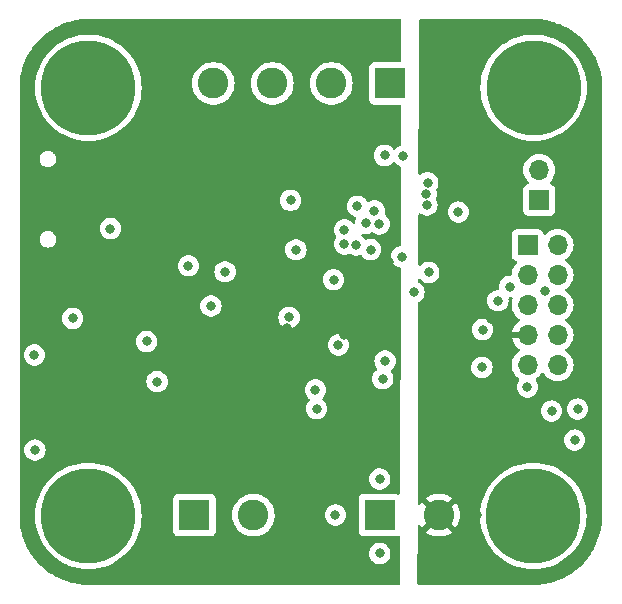
<source format=gbr>
%TF.GenerationSoftware,KiCad,Pcbnew,7.0.7*%
%TF.CreationDate,2024-03-24T23:16:09-05:00*%
%TF.ProjectId,lsm6dsoxCANEnabled,6c736d36-6473-46f7-9843-414e456e6162,rev?*%
%TF.SameCoordinates,Original*%
%TF.FileFunction,Copper,L3,Inr*%
%TF.FilePolarity,Positive*%
%FSLAX46Y46*%
G04 Gerber Fmt 4.6, Leading zero omitted, Abs format (unit mm)*
G04 Created by KiCad (PCBNEW 7.0.7) date 2024-03-24 23:16:09*
%MOMM*%
%LPD*%
G01*
G04 APERTURE LIST*
%TA.AperFunction,ComponentPad*%
%ADD10R,1.700000X1.700000*%
%TD*%
%TA.AperFunction,ComponentPad*%
%ADD11O,1.700000X1.700000*%
%TD*%
%TA.AperFunction,ComponentPad*%
%ADD12R,2.600000X2.600000*%
%TD*%
%TA.AperFunction,ComponentPad*%
%ADD13C,2.600000*%
%TD*%
%TA.AperFunction,ComponentPad*%
%ADD14C,0.900000*%
%TD*%
%TA.AperFunction,ComponentPad*%
%ADD15C,8.000000*%
%TD*%
%TA.AperFunction,ViaPad*%
%ADD16C,0.800000*%
%TD*%
G04 APERTURE END LIST*
D10*
%TO.N,+3.3V*%
%TO.C,J4*%
X97210000Y-38730000D03*
D11*
%TO.N,SYS_JTMS_SWDIO*%
X99750000Y-38730000D03*
%TO.N,GND*%
X97210000Y-41270000D03*
%TO.N,SYS_JTCK_SWCL*%
X99750000Y-41270000D03*
%TO.N,GND*%
X97210000Y-43810000D03*
%TO.N,SYS_JTDO_TRACESWO*%
X99750000Y-43810000D03*
%TO.N,+5V*%
X97210000Y-46350000D03*
%TO.N,unconnected-(J4-Pin_8-Pad8)*%
X99750000Y-46350000D03*
%TO.N,GND*%
X97210000Y-48890000D03*
%TO.N,NRST*%
X99750000Y-48890000D03*
%TD*%
D12*
%TO.N,GND*%
%TO.C,J3*%
X84700000Y-61600000D03*
D13*
%TO.N,+5V*%
X89700000Y-61600000D03*
%TD*%
D12*
%TO.N,GPIO1*%
%TO.C,J2*%
X69000000Y-61600000D03*
D13*
%TO.N,GPIO2*%
X74000000Y-61600000D03*
%TD*%
D14*
%TO.N,N/C*%
%TO.C,H2*%
X57028680Y-61671320D03*
X57907360Y-59550000D03*
X57907360Y-63792640D03*
X60028680Y-58671320D03*
D15*
X60028680Y-61671320D03*
D14*
X60028680Y-64671320D03*
X62150000Y-59550000D03*
X62150000Y-63792640D03*
X63028680Y-61671320D03*
%TD*%
%TO.N,N/C*%
%TO.C,H1*%
X57028680Y-25421320D03*
X57907360Y-23300000D03*
X57907360Y-27542640D03*
X60028680Y-22421320D03*
D15*
X60028680Y-25421320D03*
D14*
X60028680Y-28421320D03*
X62150000Y-23300000D03*
X62150000Y-27542640D03*
X63028680Y-25421320D03*
%TD*%
D12*
%TO.N,CAN_IN-*%
%TO.C,J5*%
X85600000Y-25045000D03*
D13*
%TO.N,CAN_IN+*%
X80600000Y-25045000D03*
X75600000Y-25045000D03*
%TO.N,CAN_IN-*%
X70600000Y-25045000D03*
%TD*%
D14*
%TO.N,N/C*%
%TO.C,H4*%
X94698680Y-61681320D03*
X95577360Y-59560000D03*
X95577360Y-63802640D03*
X97698680Y-58681320D03*
D15*
X97698680Y-61681320D03*
D14*
X97698680Y-64681320D03*
X99820000Y-59560000D03*
X99820000Y-63802640D03*
X100698680Y-61681320D03*
%TD*%
%TO.N,N/C*%
%TO.C,H3*%
X94718680Y-25421320D03*
X95597360Y-23300000D03*
X95597360Y-27542640D03*
X97718680Y-22421320D03*
D15*
X97718680Y-25421320D03*
D14*
X97718680Y-28421320D03*
X99840000Y-23300000D03*
X99840000Y-27542640D03*
X100718680Y-25421320D03*
%TD*%
D10*
%TO.N,CAN_IN+*%
%TO.C,J1*%
X98200000Y-34925000D03*
D11*
%TO.N,CAN_IN-*%
X98200000Y-32385000D03*
%TD*%
D16*
%TO.N,GND*%
X94700000Y-43450000D03*
%TO.N,+5V*%
X94150000Y-45000000D03*
%TO.N,GND*%
X85150000Y-48550000D03*
X84950000Y-50050000D03*
X93350000Y-49100000D03*
%TO.N,+3.3V*%
X85850000Y-55100000D03*
X85300000Y-53950000D03*
%TO.N,+5V*%
X89050000Y-45750000D03*
%TO.N,GND*%
X93400000Y-45900000D03*
%TO.N,NRST*%
X101200000Y-55250000D03*
X101450500Y-52626089D03*
%TO.N,GND*%
X79250000Y-51000000D03*
X79350000Y-52600000D03*
X95700000Y-42250000D03*
X88700000Y-35350000D03*
X71600000Y-41000000D03*
X84700000Y-58550000D03*
X58700000Y-44950000D03*
X88650000Y-34400000D03*
X70400000Y-43900000D03*
X84700000Y-64850000D03*
X80950000Y-61600000D03*
X81200000Y-47200000D03*
X99250000Y-52800000D03*
X65850000Y-50300000D03*
X64950000Y-46900000D03*
X77024982Y-44866761D03*
X86700000Y-31200000D03*
X55450000Y-48050000D03*
X87600000Y-42750000D03*
X97200000Y-50750000D03*
X68500000Y-40500000D03*
X61900000Y-37350000D03*
X85100000Y-31150000D03*
X77150000Y-34950000D03*
X91350000Y-35950000D03*
X55500000Y-56100000D03*
X77596017Y-39139222D03*
%TO.N,+5V*%
X92950000Y-61600000D03*
X92750000Y-36050000D03*
X89700000Y-58550000D03*
X89700000Y-64800000D03*
%TO.N,+3.3V*%
X78750000Y-34950000D03*
X82300000Y-32300000D03*
X81650000Y-46350000D03*
X80400000Y-35000000D03*
X84000000Y-30450000D03*
X83400000Y-51100000D03*
X85500000Y-40200000D03*
X76850000Y-45800000D03*
X62050000Y-32350000D03*
X83300000Y-52650000D03*
X76300000Y-38100000D03*
X73350000Y-40950000D03*
%TO.N,SYS_JTCK_SWCL*%
X83926793Y-39126793D03*
%TO.N,SYS_JTDO_TRACESWO*%
X98700000Y-42600000D03*
X88850000Y-41050000D03*
X80796892Y-41674305D03*
X86550000Y-39726293D03*
%TO.N,CS*%
X84650000Y-36950000D03*
X82800000Y-35450000D03*
%TO.N,INT1*%
X84250000Y-35850000D03*
X83500000Y-36900000D03*
X82700000Y-38750000D03*
X88760941Y-33457001D03*
%TO.N,INT2*%
X81700000Y-38662000D03*
X81700000Y-37463000D03*
%TD*%
%TA.AperFunction,Conductor*%
%TO.N,+3.3V*%
G36*
X86469111Y-19611505D02*
G01*
X86514866Y-19664309D01*
X86526071Y-19716152D01*
X86525774Y-19826723D01*
X86516894Y-23120834D01*
X86497028Y-23187820D01*
X86444101Y-23233433D01*
X86392894Y-23244500D01*
X84252129Y-23244500D01*
X84252123Y-23244501D01*
X84192516Y-23250908D01*
X84057671Y-23301202D01*
X84057664Y-23301206D01*
X83942455Y-23387452D01*
X83942452Y-23387455D01*
X83856206Y-23502664D01*
X83856202Y-23502671D01*
X83805908Y-23637517D01*
X83799501Y-23697116D01*
X83799500Y-23697135D01*
X83799500Y-26392870D01*
X83799501Y-26392876D01*
X83805908Y-26452483D01*
X83856202Y-26587328D01*
X83856206Y-26587335D01*
X83942452Y-26702544D01*
X83942455Y-26702547D01*
X84057664Y-26788793D01*
X84057671Y-26788797D01*
X84192517Y-26839091D01*
X84192516Y-26839091D01*
X84199444Y-26839835D01*
X84252127Y-26845500D01*
X86382519Y-26845499D01*
X86449558Y-26865184D01*
X86495313Y-26917987D01*
X86506519Y-26969833D01*
X86497747Y-30224135D01*
X86477881Y-30291121D01*
X86424954Y-30336734D01*
X86424184Y-30337080D01*
X86247267Y-30415850D01*
X86247265Y-30415851D01*
X86094129Y-30527111D01*
X86094128Y-30527112D01*
X86014659Y-30615371D01*
X85955172Y-30652019D01*
X85885315Y-30650688D01*
X85830360Y-30615371D01*
X85705871Y-30477112D01*
X85705867Y-30477109D01*
X85552734Y-30365851D01*
X85552729Y-30365848D01*
X85379807Y-30288857D01*
X85379802Y-30288855D01*
X85234000Y-30257865D01*
X85194646Y-30249500D01*
X85005354Y-30249500D01*
X84972897Y-30256398D01*
X84820197Y-30288855D01*
X84820192Y-30288857D01*
X84647270Y-30365848D01*
X84647265Y-30365851D01*
X84494129Y-30477111D01*
X84367466Y-30617785D01*
X84272821Y-30781715D01*
X84272818Y-30781722D01*
X84227299Y-30921816D01*
X84214326Y-30961744D01*
X84194540Y-31150000D01*
X84214326Y-31338256D01*
X84214327Y-31338259D01*
X84272818Y-31518277D01*
X84272821Y-31518284D01*
X84367467Y-31682216D01*
X84494128Y-31822888D01*
X84494129Y-31822888D01*
X84647265Y-31934148D01*
X84647270Y-31934151D01*
X84820192Y-32011142D01*
X84820197Y-32011144D01*
X85005354Y-32050500D01*
X85005355Y-32050500D01*
X85194644Y-32050500D01*
X85194646Y-32050500D01*
X85379803Y-32011144D01*
X85552730Y-31934151D01*
X85705871Y-31822888D01*
X85785341Y-31734627D01*
X85844825Y-31697980D01*
X85914682Y-31699310D01*
X85969638Y-31734627D01*
X86094129Y-31872888D01*
X86094132Y-31872890D01*
X86247265Y-31984148D01*
X86247270Y-31984151D01*
X86418927Y-32060579D01*
X86472164Y-32105829D01*
X86492485Y-32172678D01*
X86492491Y-32174192D01*
X86474843Y-38721571D01*
X86454977Y-38788557D01*
X86402050Y-38834170D01*
X86376624Y-38842527D01*
X86270197Y-38865148D01*
X86270192Y-38865150D01*
X86097270Y-38942141D01*
X86097265Y-38942144D01*
X85944129Y-39053404D01*
X85817466Y-39194078D01*
X85722821Y-39358008D01*
X85722818Y-39358015D01*
X85664327Y-39538033D01*
X85664326Y-39538037D01*
X85644540Y-39726293D01*
X85664326Y-39914549D01*
X85664327Y-39914552D01*
X85722818Y-40094570D01*
X85722821Y-40094577D01*
X85817467Y-40258509D01*
X85879237Y-40327111D01*
X85944129Y-40399181D01*
X86097265Y-40510441D01*
X86097270Y-40510444D01*
X86270191Y-40587435D01*
X86270193Y-40587435D01*
X86270197Y-40587437D01*
X86371213Y-40608908D01*
X86432691Y-40642098D01*
X86466468Y-40703261D01*
X86469429Y-40730531D01*
X86418180Y-59743567D01*
X86398314Y-59810553D01*
X86345387Y-59856166D01*
X86276202Y-59865923D01*
X86251271Y-59857612D01*
X86250641Y-59859303D01*
X86107482Y-59805908D01*
X86107483Y-59805908D01*
X86047883Y-59799501D01*
X86047881Y-59799500D01*
X86047873Y-59799500D01*
X86047864Y-59799500D01*
X83352129Y-59799500D01*
X83352123Y-59799501D01*
X83292516Y-59805908D01*
X83157671Y-59856202D01*
X83157664Y-59856206D01*
X83042455Y-59942452D01*
X83042452Y-59942455D01*
X82956206Y-60057664D01*
X82956202Y-60057671D01*
X82905908Y-60192517D01*
X82899501Y-60252116D01*
X82899501Y-60252123D01*
X82899500Y-60252135D01*
X82899500Y-62947870D01*
X82899501Y-62947876D01*
X82905908Y-63007483D01*
X82956202Y-63142328D01*
X82956206Y-63142335D01*
X83042452Y-63257544D01*
X83042455Y-63257547D01*
X83157664Y-63343793D01*
X83157671Y-63343797D01*
X83292517Y-63394091D01*
X83292516Y-63394091D01*
X83299444Y-63394835D01*
X83352127Y-63400500D01*
X86047872Y-63400499D01*
X86107483Y-63394091D01*
X86240830Y-63344355D01*
X86310519Y-63339372D01*
X86371842Y-63372857D01*
X86405327Y-63434180D01*
X86408161Y-63460872D01*
X86397586Y-67384160D01*
X86377720Y-67451146D01*
X86324793Y-67496759D01*
X86273553Y-67507826D01*
X60087485Y-67500835D01*
X60029180Y-67500820D01*
X60029164Y-67500820D01*
X60028069Y-67500498D01*
X60026247Y-67500724D01*
X59787139Y-67491328D01*
X59567865Y-67482258D01*
X59563138Y-67481881D01*
X59323763Y-67453548D01*
X59101427Y-67425832D01*
X59096999Y-67425117D01*
X58861382Y-67378250D01*
X58641069Y-67332054D01*
X58636962Y-67331045D01*
X58406015Y-67265911D01*
X58189808Y-67201543D01*
X58186039Y-67200288D01*
X57960985Y-67117261D01*
X57750528Y-67035140D01*
X57747108Y-67033686D01*
X57609674Y-66970329D01*
X57529288Y-66933270D01*
X57430628Y-66885038D01*
X57326083Y-66833928D01*
X57323019Y-66832323D01*
X57113770Y-66715139D01*
X56919227Y-66599217D01*
X56916534Y-66597516D01*
X56717024Y-66464207D01*
X56532654Y-66332570D01*
X56530297Y-66330801D01*
X56341764Y-66182173D01*
X56167750Y-66034791D01*
X55990405Y-65870855D01*
X55829144Y-65709594D01*
X55665208Y-65532249D01*
X55517826Y-65358235D01*
X55369197Y-65169701D01*
X55367445Y-65167367D01*
X55235792Y-64982975D01*
X55189081Y-64913067D01*
X55102475Y-64783453D01*
X55100794Y-64780792D01*
X54984885Y-64586272D01*
X54867675Y-64376979D01*
X54866085Y-64373946D01*
X54766733Y-64170719D01*
X54666309Y-63952883D01*
X54664869Y-63949496D01*
X54582743Y-63739028D01*
X54499705Y-63513944D01*
X54498462Y-63510212D01*
X54434085Y-63293974D01*
X54430351Y-63280736D01*
X54368951Y-63063031D01*
X54367944Y-63058929D01*
X54344658Y-62947876D01*
X54321760Y-62838673D01*
X54274878Y-62602984D01*
X54274166Y-62598571D01*
X54246451Y-62376236D01*
X54244192Y-62357150D01*
X54218114Y-62136829D01*
X54217741Y-62132156D01*
X54208671Y-61912860D01*
X54199180Y-61671320D01*
X55523373Y-61671320D01*
X55542592Y-62087017D01*
X55542592Y-62087022D01*
X55542593Y-62087027D01*
X55600083Y-62499165D01*
X55600085Y-62499173D01*
X55695359Y-62904253D01*
X55827609Y-63298834D01*
X55995690Y-63679497D01*
X55995700Y-63679518D01*
X56198186Y-64043051D01*
X56198189Y-64043055D01*
X56198191Y-64043059D01*
X56433367Y-64386374D01*
X56433369Y-64386376D01*
X56433376Y-64386386D01*
X56662028Y-64661740D01*
X56699218Y-64706526D01*
X56993474Y-65000782D01*
X56993485Y-65000791D01*
X57313613Y-65266623D01*
X57313619Y-65266627D01*
X57313626Y-65266633D01*
X57656941Y-65501809D01*
X57656947Y-65501812D01*
X57656948Y-65501813D01*
X57894535Y-65634148D01*
X58020492Y-65704305D01*
X58125113Y-65750500D01*
X58401165Y-65872390D01*
X58401168Y-65872391D01*
X58401175Y-65872394D01*
X58795744Y-66004640D01*
X59200832Y-66099916D01*
X59612983Y-66157408D01*
X60028680Y-66176627D01*
X60444377Y-66157408D01*
X60856528Y-66099916D01*
X61261616Y-66004640D01*
X61656185Y-65872394D01*
X62036868Y-65704305D01*
X62400419Y-65501809D01*
X62743734Y-65266633D01*
X63063886Y-65000782D01*
X63214668Y-64850000D01*
X83794540Y-64850000D01*
X83814326Y-65038256D01*
X83814327Y-65038259D01*
X83872818Y-65218277D01*
X83872821Y-65218284D01*
X83967467Y-65382216D01*
X84035048Y-65457272D01*
X84094129Y-65522888D01*
X84247265Y-65634148D01*
X84247270Y-65634151D01*
X84420192Y-65711142D01*
X84420197Y-65711144D01*
X84605354Y-65750500D01*
X84605355Y-65750500D01*
X84794644Y-65750500D01*
X84794646Y-65750500D01*
X84979803Y-65711144D01*
X85152730Y-65634151D01*
X85305871Y-65522888D01*
X85432533Y-65382216D01*
X85527179Y-65218284D01*
X85585674Y-65038256D01*
X85605460Y-64850000D01*
X85585674Y-64661744D01*
X85527179Y-64481716D01*
X85432533Y-64317784D01*
X85305871Y-64177112D01*
X85296985Y-64170656D01*
X85152734Y-64065851D01*
X85152729Y-64065848D01*
X84979807Y-63988857D01*
X84979802Y-63988855D01*
X84834000Y-63957865D01*
X84794646Y-63949500D01*
X84605354Y-63949500D01*
X84572897Y-63956398D01*
X84420197Y-63988855D01*
X84420192Y-63988857D01*
X84247270Y-64065848D01*
X84247265Y-64065851D01*
X84094129Y-64177111D01*
X83967466Y-64317785D01*
X83872821Y-64481715D01*
X83872818Y-64481722D01*
X83859595Y-64522420D01*
X83814326Y-64661744D01*
X83794540Y-64850000D01*
X63214668Y-64850000D01*
X63358142Y-64706526D01*
X63623993Y-64386374D01*
X63859169Y-64043059D01*
X64061665Y-63679508D01*
X64229754Y-63298825D01*
X64347382Y-62947870D01*
X67199500Y-62947870D01*
X67199501Y-62947876D01*
X67205908Y-63007483D01*
X67256202Y-63142328D01*
X67256206Y-63142335D01*
X67342452Y-63257544D01*
X67342455Y-63257547D01*
X67457664Y-63343793D01*
X67457671Y-63343797D01*
X67592517Y-63394091D01*
X67592516Y-63394091D01*
X67599444Y-63394835D01*
X67652127Y-63400500D01*
X70347872Y-63400499D01*
X70407483Y-63394091D01*
X70542331Y-63343796D01*
X70657546Y-63257546D01*
X70743796Y-63142331D01*
X70794091Y-63007483D01*
X70800500Y-62947873D01*
X70800500Y-61600004D01*
X72194451Y-61600004D01*
X72214616Y-61869101D01*
X72274664Y-62132188D01*
X72274666Y-62132195D01*
X72329884Y-62272888D01*
X72373257Y-62383398D01*
X72508185Y-62617102D01*
X72644080Y-62787509D01*
X72676442Y-62828089D01*
X72863183Y-63001358D01*
X72874259Y-63011635D01*
X73097226Y-63163651D01*
X73340359Y-63280738D01*
X73598228Y-63360280D01*
X73598229Y-63360280D01*
X73598232Y-63360281D01*
X73865063Y-63400499D01*
X73865068Y-63400499D01*
X73865071Y-63400500D01*
X73865072Y-63400500D01*
X74134928Y-63400500D01*
X74134929Y-63400500D01*
X74134936Y-63400499D01*
X74401767Y-63360281D01*
X74401768Y-63360280D01*
X74401772Y-63360280D01*
X74659641Y-63280738D01*
X74902775Y-63163651D01*
X75125741Y-63011635D01*
X75323561Y-62828085D01*
X75491815Y-62617102D01*
X75626743Y-62383398D01*
X75725334Y-62132195D01*
X75785383Y-61869103D01*
X75792104Y-61779401D01*
X75805549Y-61600004D01*
X75805549Y-61600000D01*
X80044540Y-61600000D01*
X80064326Y-61788256D01*
X80064327Y-61788259D01*
X80122818Y-61968277D01*
X80122821Y-61968284D01*
X80217467Y-62132216D01*
X80344128Y-62272887D01*
X80344129Y-62272888D01*
X80497265Y-62384148D01*
X80497270Y-62384151D01*
X80670192Y-62461142D01*
X80670197Y-62461144D01*
X80855354Y-62500500D01*
X80855355Y-62500500D01*
X81044644Y-62500500D01*
X81044646Y-62500500D01*
X81229803Y-62461144D01*
X81402730Y-62384151D01*
X81555871Y-62272888D01*
X81682533Y-62132216D01*
X81777179Y-61968284D01*
X81835674Y-61788256D01*
X81855460Y-61600000D01*
X81835674Y-61411744D01*
X81777179Y-61231716D01*
X81682533Y-61067784D01*
X81555871Y-60927112D01*
X81555870Y-60927111D01*
X81402734Y-60815851D01*
X81402729Y-60815848D01*
X81229807Y-60738857D01*
X81229802Y-60738855D01*
X81084000Y-60707865D01*
X81044646Y-60699500D01*
X80855354Y-60699500D01*
X80822897Y-60706398D01*
X80670197Y-60738855D01*
X80670192Y-60738857D01*
X80497270Y-60815848D01*
X80497265Y-60815851D01*
X80344129Y-60927111D01*
X80217466Y-61067785D01*
X80122821Y-61231715D01*
X80122818Y-61231722D01*
X80064327Y-61411740D01*
X80064326Y-61411744D01*
X80044540Y-61600000D01*
X75805549Y-61600000D01*
X75805549Y-61599995D01*
X75785383Y-61330898D01*
X75768202Y-61255623D01*
X75725334Y-61067805D01*
X75626743Y-60816602D01*
X75491815Y-60582898D01*
X75323561Y-60371915D01*
X75323560Y-60371914D01*
X75323557Y-60371910D01*
X75125741Y-60188365D01*
X74902775Y-60036349D01*
X74902769Y-60036346D01*
X74902768Y-60036345D01*
X74902767Y-60036344D01*
X74659643Y-59919263D01*
X74659645Y-59919263D01*
X74401773Y-59839720D01*
X74401767Y-59839718D01*
X74134936Y-59799500D01*
X74134929Y-59799500D01*
X73865071Y-59799500D01*
X73865063Y-59799500D01*
X73598232Y-59839718D01*
X73598226Y-59839720D01*
X73340358Y-59919262D01*
X73097230Y-60036346D01*
X72874258Y-60188365D01*
X72676442Y-60371910D01*
X72508185Y-60582898D01*
X72373258Y-60816599D01*
X72373256Y-60816603D01*
X72274666Y-61067804D01*
X72274664Y-61067811D01*
X72214616Y-61330898D01*
X72194451Y-61599995D01*
X72194451Y-61600004D01*
X70800500Y-61600004D01*
X70800499Y-60252128D01*
X70794091Y-60192517D01*
X70792542Y-60188365D01*
X70743797Y-60057671D01*
X70743793Y-60057664D01*
X70657547Y-59942455D01*
X70657544Y-59942452D01*
X70542335Y-59856206D01*
X70542328Y-59856202D01*
X70407482Y-59805908D01*
X70407483Y-59805908D01*
X70347883Y-59799501D01*
X70347881Y-59799500D01*
X70347873Y-59799500D01*
X70347864Y-59799500D01*
X67652129Y-59799500D01*
X67652123Y-59799501D01*
X67592516Y-59805908D01*
X67457671Y-59856202D01*
X67457664Y-59856206D01*
X67342455Y-59942452D01*
X67342452Y-59942455D01*
X67256206Y-60057664D01*
X67256202Y-60057671D01*
X67205908Y-60192517D01*
X67199501Y-60252116D01*
X67199501Y-60252123D01*
X67199500Y-60252135D01*
X67199500Y-62947870D01*
X64347382Y-62947870D01*
X64362000Y-62904256D01*
X64457276Y-62499168D01*
X64514768Y-62087017D01*
X64533987Y-61671320D01*
X64514768Y-61255623D01*
X64457276Y-60843472D01*
X64362000Y-60438384D01*
X64229754Y-60043815D01*
X64226457Y-60036349D01*
X64126758Y-59810553D01*
X64061665Y-59663132D01*
X63859169Y-59299581D01*
X63623993Y-58956266D01*
X63623987Y-58956259D01*
X63623983Y-58956253D01*
X63358151Y-58636125D01*
X63358142Y-58636114D01*
X63272028Y-58550000D01*
X83794540Y-58550000D01*
X83814326Y-58738256D01*
X83814327Y-58738259D01*
X83872818Y-58918277D01*
X83872821Y-58918284D01*
X83967467Y-59082216D01*
X84094128Y-59222888D01*
X84094129Y-59222888D01*
X84247265Y-59334148D01*
X84247270Y-59334151D01*
X84420192Y-59411142D01*
X84420197Y-59411144D01*
X84605354Y-59450500D01*
X84605355Y-59450500D01*
X84794644Y-59450500D01*
X84794646Y-59450500D01*
X84979803Y-59411144D01*
X85152730Y-59334151D01*
X85305871Y-59222888D01*
X85432533Y-59082216D01*
X85527179Y-58918284D01*
X85585674Y-58738256D01*
X85605460Y-58550000D01*
X85585674Y-58361744D01*
X85527179Y-58181716D01*
X85432533Y-58017784D01*
X85305871Y-57877112D01*
X85305870Y-57877111D01*
X85152734Y-57765851D01*
X85152729Y-57765848D01*
X84979807Y-57688857D01*
X84979802Y-57688855D01*
X84834001Y-57657865D01*
X84794646Y-57649500D01*
X84605354Y-57649500D01*
X84572897Y-57656398D01*
X84420197Y-57688855D01*
X84420192Y-57688857D01*
X84247270Y-57765848D01*
X84247265Y-57765851D01*
X84094129Y-57877111D01*
X83967466Y-58017785D01*
X83872821Y-58181715D01*
X83872818Y-58181722D01*
X83814327Y-58361740D01*
X83814326Y-58361744D01*
X83794540Y-58550000D01*
X63272028Y-58550000D01*
X63063886Y-58341858D01*
X62871042Y-58181722D01*
X62743746Y-58076016D01*
X62743736Y-58076009D01*
X62743734Y-58076007D01*
X62400419Y-57840831D01*
X62400415Y-57840829D01*
X62400411Y-57840826D01*
X62036878Y-57638340D01*
X62036857Y-57638330D01*
X61656194Y-57470249D01*
X61261613Y-57337999D01*
X60856533Y-57242725D01*
X60856525Y-57242723D01*
X60444387Y-57185233D01*
X60444382Y-57185232D01*
X60444377Y-57185232D01*
X60028680Y-57166013D01*
X59612983Y-57185232D01*
X59612977Y-57185232D01*
X59612972Y-57185233D01*
X59200834Y-57242723D01*
X59200826Y-57242725D01*
X58795746Y-57337999D01*
X58401165Y-57470249D01*
X58020502Y-57638330D01*
X58020481Y-57638340D01*
X57656948Y-57840826D01*
X57656942Y-57840830D01*
X57313623Y-58076009D01*
X57313613Y-58076016D01*
X56993485Y-58341848D01*
X56993465Y-58341866D01*
X56699226Y-58636105D01*
X56699208Y-58636125D01*
X56433376Y-58956253D01*
X56433369Y-58956263D01*
X56198190Y-59299582D01*
X56198186Y-59299588D01*
X55995700Y-59663121D01*
X55995690Y-59663142D01*
X55827609Y-60043805D01*
X55695359Y-60438386D01*
X55600085Y-60843466D01*
X55600083Y-60843474D01*
X55542593Y-61255612D01*
X55542592Y-61255617D01*
X55542592Y-61255623D01*
X55523373Y-61671320D01*
X54199180Y-61671320D01*
X54199180Y-56100000D01*
X54594540Y-56100000D01*
X54614326Y-56288256D01*
X54614327Y-56288259D01*
X54672818Y-56468277D01*
X54672821Y-56468284D01*
X54767467Y-56632216D01*
X54894129Y-56772888D01*
X55047265Y-56884148D01*
X55047270Y-56884151D01*
X55220192Y-56961142D01*
X55220197Y-56961144D01*
X55405354Y-57000500D01*
X55405355Y-57000500D01*
X55594644Y-57000500D01*
X55594646Y-57000500D01*
X55779803Y-56961144D01*
X55952730Y-56884151D01*
X56105871Y-56772888D01*
X56232533Y-56632216D01*
X56327179Y-56468284D01*
X56385674Y-56288256D01*
X56405460Y-56100000D01*
X56385674Y-55911744D01*
X56327179Y-55731716D01*
X56232533Y-55567784D01*
X56105871Y-55427112D01*
X56105870Y-55427111D01*
X55952734Y-55315851D01*
X55952729Y-55315848D01*
X55779807Y-55238857D01*
X55779802Y-55238855D01*
X55634001Y-55207865D01*
X55594646Y-55199500D01*
X55405354Y-55199500D01*
X55372897Y-55206398D01*
X55220197Y-55238855D01*
X55220192Y-55238857D01*
X55047270Y-55315848D01*
X55047265Y-55315851D01*
X54894129Y-55427111D01*
X54767466Y-55567785D01*
X54672821Y-55731715D01*
X54672818Y-55731722D01*
X54614327Y-55911740D01*
X54614326Y-55911744D01*
X54594540Y-56100000D01*
X54199180Y-56100000D01*
X54199180Y-50300000D01*
X64944540Y-50300000D01*
X64964326Y-50488256D01*
X64964327Y-50488259D01*
X65022818Y-50668277D01*
X65022821Y-50668284D01*
X65117467Y-50832216D01*
X65223971Y-50950500D01*
X65244129Y-50972888D01*
X65397265Y-51084148D01*
X65397270Y-51084151D01*
X65570192Y-51161142D01*
X65570197Y-51161144D01*
X65755354Y-51200500D01*
X65755355Y-51200500D01*
X65944644Y-51200500D01*
X65944646Y-51200500D01*
X66129803Y-51161144D01*
X66302730Y-51084151D01*
X66418554Y-51000000D01*
X78344540Y-51000000D01*
X78364326Y-51188256D01*
X78364327Y-51188259D01*
X78422818Y-51368277D01*
X78422821Y-51368284D01*
X78517467Y-51532216D01*
X78644128Y-51672887D01*
X78644129Y-51672888D01*
X78731847Y-51736619D01*
X78774513Y-51791949D01*
X78780492Y-51861562D01*
X78748460Y-51922267D01*
X78748477Y-51922282D01*
X78748419Y-51922345D01*
X78747886Y-51923357D01*
X78745053Y-51926083D01*
X78617466Y-52067785D01*
X78522821Y-52231715D01*
X78522818Y-52231722D01*
X78464327Y-52411740D01*
X78464326Y-52411744D01*
X78444540Y-52600000D01*
X78464326Y-52788256D01*
X78464327Y-52788259D01*
X78522818Y-52968277D01*
X78522821Y-52968284D01*
X78617467Y-53132216D01*
X78744128Y-53272887D01*
X78744129Y-53272888D01*
X78897265Y-53384148D01*
X78897270Y-53384151D01*
X79070192Y-53461142D01*
X79070197Y-53461144D01*
X79255354Y-53500500D01*
X79255355Y-53500500D01*
X79444644Y-53500500D01*
X79444646Y-53500500D01*
X79629803Y-53461144D01*
X79802730Y-53384151D01*
X79955871Y-53272888D01*
X80082533Y-53132216D01*
X80177179Y-52968284D01*
X80235674Y-52788256D01*
X80255460Y-52600000D01*
X80235674Y-52411744D01*
X80177179Y-52231716D01*
X80082533Y-52067784D01*
X79955871Y-51927112D01*
X79868150Y-51863379D01*
X79825486Y-51808050D01*
X79819507Y-51738437D01*
X79851537Y-51677732D01*
X79851522Y-51677718D01*
X79851578Y-51677655D01*
X79852113Y-51676642D01*
X79854948Y-51673912D01*
X79855868Y-51672890D01*
X79855871Y-51672888D01*
X79982533Y-51532216D01*
X80077179Y-51368284D01*
X80135674Y-51188256D01*
X80155460Y-51000000D01*
X80135674Y-50811744D01*
X80077179Y-50631716D01*
X79982533Y-50467784D01*
X79855871Y-50327112D01*
X79855870Y-50327111D01*
X79702734Y-50215851D01*
X79702729Y-50215848D01*
X79529807Y-50138857D01*
X79529802Y-50138855D01*
X79384000Y-50107865D01*
X79344646Y-50099500D01*
X79155354Y-50099500D01*
X79122897Y-50106398D01*
X78970197Y-50138855D01*
X78970192Y-50138857D01*
X78797270Y-50215848D01*
X78797265Y-50215851D01*
X78644129Y-50327111D01*
X78517466Y-50467785D01*
X78422821Y-50631715D01*
X78422818Y-50631722D01*
X78393197Y-50722888D01*
X78364326Y-50811744D01*
X78344540Y-51000000D01*
X66418554Y-51000000D01*
X66455871Y-50972888D01*
X66582533Y-50832216D01*
X66677179Y-50668284D01*
X66735674Y-50488256D01*
X66755460Y-50300000D01*
X66735674Y-50111744D01*
X66715612Y-50050000D01*
X84044540Y-50050000D01*
X84064326Y-50238256D01*
X84064327Y-50238259D01*
X84122818Y-50418277D01*
X84122821Y-50418284D01*
X84217467Y-50582216D01*
X84344128Y-50722888D01*
X84344129Y-50722888D01*
X84497265Y-50834148D01*
X84497270Y-50834151D01*
X84670192Y-50911142D01*
X84670197Y-50911144D01*
X84855354Y-50950500D01*
X84855355Y-50950500D01*
X85044644Y-50950500D01*
X85044646Y-50950500D01*
X85229803Y-50911144D01*
X85402730Y-50834151D01*
X85555871Y-50722888D01*
X85682533Y-50582216D01*
X85777179Y-50418284D01*
X85835674Y-50238256D01*
X85855460Y-50050000D01*
X85835674Y-49861744D01*
X85777179Y-49681716D01*
X85682533Y-49517784D01*
X85660073Y-49492840D01*
X85643167Y-49474063D01*
X85612938Y-49411072D01*
X85621564Y-49341736D01*
X85662430Y-49290776D01*
X85755871Y-49222888D01*
X85882533Y-49082216D01*
X85977179Y-48918284D01*
X86035674Y-48738256D01*
X86055460Y-48550000D01*
X86035674Y-48361744D01*
X85977179Y-48181716D01*
X85882533Y-48017784D01*
X85755871Y-47877112D01*
X85755870Y-47877111D01*
X85602734Y-47765851D01*
X85602729Y-47765848D01*
X85429807Y-47688857D01*
X85429802Y-47688855D01*
X85284001Y-47657865D01*
X85244646Y-47649500D01*
X85055354Y-47649500D01*
X85022897Y-47656398D01*
X84870197Y-47688855D01*
X84870192Y-47688857D01*
X84697270Y-47765848D01*
X84697265Y-47765851D01*
X84544129Y-47877111D01*
X84417466Y-48017785D01*
X84322821Y-48181715D01*
X84322818Y-48181722D01*
X84264327Y-48361740D01*
X84264326Y-48361744D01*
X84244540Y-48550000D01*
X84264326Y-48738256D01*
X84264327Y-48738259D01*
X84322818Y-48918277D01*
X84322821Y-48918284D01*
X84417467Y-49082216D01*
X84456832Y-49125935D01*
X84487062Y-49188926D01*
X84478437Y-49258261D01*
X84437567Y-49309225D01*
X84344129Y-49377111D01*
X84217466Y-49517785D01*
X84122821Y-49681715D01*
X84122818Y-49681722D01*
X84094855Y-49767785D01*
X84064326Y-49861744D01*
X84044540Y-50050000D01*
X66715612Y-50050000D01*
X66677179Y-49931716D01*
X66582533Y-49767784D01*
X66455871Y-49627112D01*
X66455870Y-49627111D01*
X66302734Y-49515851D01*
X66302729Y-49515848D01*
X66129807Y-49438857D01*
X66129802Y-49438855D01*
X65984000Y-49407865D01*
X65944646Y-49399500D01*
X65755354Y-49399500D01*
X65722897Y-49406398D01*
X65570197Y-49438855D01*
X65570192Y-49438857D01*
X65397270Y-49515848D01*
X65397265Y-49515851D01*
X65244129Y-49627111D01*
X65117466Y-49767785D01*
X65022821Y-49931715D01*
X65022818Y-49931722D01*
X64968304Y-50099500D01*
X64964326Y-50111744D01*
X64944540Y-50300000D01*
X54199180Y-50300000D01*
X54199180Y-48050000D01*
X54544540Y-48050000D01*
X54564326Y-48238256D01*
X54564327Y-48238259D01*
X54622818Y-48418277D01*
X54622821Y-48418284D01*
X54717467Y-48582216D01*
X54844128Y-48722888D01*
X54844129Y-48722888D01*
X54997265Y-48834148D01*
X54997270Y-48834151D01*
X55170192Y-48911142D01*
X55170197Y-48911144D01*
X55355354Y-48950500D01*
X55355355Y-48950500D01*
X55544644Y-48950500D01*
X55544646Y-48950500D01*
X55729803Y-48911144D01*
X55902730Y-48834151D01*
X56055871Y-48722888D01*
X56182533Y-48582216D01*
X56277179Y-48418284D01*
X56335674Y-48238256D01*
X56355460Y-48050000D01*
X56335674Y-47861744D01*
X56277179Y-47681716D01*
X56182533Y-47517784D01*
X56055871Y-47377112D01*
X56055870Y-47377111D01*
X55902734Y-47265851D01*
X55902729Y-47265848D01*
X55729807Y-47188857D01*
X55729802Y-47188855D01*
X55584001Y-47157865D01*
X55544646Y-47149500D01*
X55355354Y-47149500D01*
X55322897Y-47156398D01*
X55170197Y-47188855D01*
X55170192Y-47188857D01*
X54997270Y-47265848D01*
X54997265Y-47265851D01*
X54844129Y-47377111D01*
X54717466Y-47517785D01*
X54622821Y-47681715D01*
X54622818Y-47681722D01*
X54564327Y-47861740D01*
X54564326Y-47861744D01*
X54544540Y-48050000D01*
X54199180Y-48050000D01*
X54199180Y-46900000D01*
X64044540Y-46900000D01*
X64064326Y-47088256D01*
X64064327Y-47088259D01*
X64122818Y-47268277D01*
X64122821Y-47268284D01*
X64217467Y-47432216D01*
X64294513Y-47517784D01*
X64344129Y-47572888D01*
X64497265Y-47684148D01*
X64497270Y-47684151D01*
X64670192Y-47761142D01*
X64670197Y-47761144D01*
X64855354Y-47800500D01*
X64855355Y-47800500D01*
X65044644Y-47800500D01*
X65044646Y-47800500D01*
X65229803Y-47761144D01*
X65402730Y-47684151D01*
X65555871Y-47572888D01*
X65682533Y-47432216D01*
X65777179Y-47268284D01*
X65799366Y-47200000D01*
X80294540Y-47200000D01*
X80314326Y-47388256D01*
X80314327Y-47388259D01*
X80372818Y-47568277D01*
X80372821Y-47568284D01*
X80467467Y-47732216D01*
X80584091Y-47861740D01*
X80594129Y-47872888D01*
X80747265Y-47984148D01*
X80747270Y-47984151D01*
X80920192Y-48061142D01*
X80920197Y-48061144D01*
X81105354Y-48100500D01*
X81105355Y-48100500D01*
X81294644Y-48100500D01*
X81294646Y-48100500D01*
X81479803Y-48061144D01*
X81652730Y-47984151D01*
X81805871Y-47872888D01*
X81932533Y-47732216D01*
X82027179Y-47568284D01*
X82085674Y-47388256D01*
X82105460Y-47200000D01*
X82085674Y-47011744D01*
X82027179Y-46831716D01*
X81932533Y-46667784D01*
X81805871Y-46527112D01*
X81805870Y-46527111D01*
X81652734Y-46415851D01*
X81652729Y-46415848D01*
X81479807Y-46338857D01*
X81479802Y-46338855D01*
X81334000Y-46307865D01*
X81294646Y-46299500D01*
X81105354Y-46299500D01*
X81072897Y-46306398D01*
X80920197Y-46338855D01*
X80920192Y-46338857D01*
X80747270Y-46415848D01*
X80747265Y-46415851D01*
X80594129Y-46527111D01*
X80467466Y-46667785D01*
X80372821Y-46831715D01*
X80372818Y-46831722D01*
X80314327Y-47011740D01*
X80314326Y-47011744D01*
X80294540Y-47200000D01*
X65799366Y-47200000D01*
X65835674Y-47088256D01*
X65855460Y-46900000D01*
X65835674Y-46711744D01*
X65777179Y-46531716D01*
X65682533Y-46367784D01*
X65555871Y-46227112D01*
X65555870Y-46227111D01*
X65402734Y-46115851D01*
X65402729Y-46115848D01*
X65229807Y-46038857D01*
X65229802Y-46038855D01*
X65084001Y-46007865D01*
X65044646Y-45999500D01*
X64855354Y-45999500D01*
X64822897Y-46006398D01*
X64670197Y-46038855D01*
X64670192Y-46038857D01*
X64497270Y-46115848D01*
X64497265Y-46115851D01*
X64344129Y-46227111D01*
X64217466Y-46367785D01*
X64122821Y-46531715D01*
X64122818Y-46531722D01*
X64078609Y-46667785D01*
X64064326Y-46711744D01*
X64044540Y-46900000D01*
X54199180Y-46900000D01*
X54199180Y-44950000D01*
X57794540Y-44950000D01*
X57814326Y-45138256D01*
X57814327Y-45138259D01*
X57872818Y-45318277D01*
X57872821Y-45318284D01*
X57967467Y-45482216D01*
X58094128Y-45622888D01*
X58094129Y-45622888D01*
X58247265Y-45734148D01*
X58247270Y-45734151D01*
X58420192Y-45811142D01*
X58420197Y-45811144D01*
X58605354Y-45850500D01*
X58605355Y-45850500D01*
X58794644Y-45850500D01*
X58794646Y-45850500D01*
X58979803Y-45811144D01*
X59152730Y-45734151D01*
X59305871Y-45622888D01*
X59432533Y-45482216D01*
X59527179Y-45318284D01*
X59585674Y-45138256D01*
X59605460Y-44950000D01*
X59596711Y-44866761D01*
X76119522Y-44866761D01*
X76139308Y-45055017D01*
X76139309Y-45055020D01*
X76197800Y-45235038D01*
X76197803Y-45235045D01*
X76292449Y-45398977D01*
X76367396Y-45482214D01*
X76419111Y-45539649D01*
X76572247Y-45650909D01*
X76572252Y-45650912D01*
X76745174Y-45727903D01*
X76745179Y-45727905D01*
X76930336Y-45767261D01*
X76930337Y-45767261D01*
X77119626Y-45767261D01*
X77119628Y-45767261D01*
X77304785Y-45727905D01*
X77477712Y-45650912D01*
X77630853Y-45539649D01*
X77757515Y-45398977D01*
X77852161Y-45235045D01*
X77910656Y-45055017D01*
X77930442Y-44866761D01*
X77910656Y-44678505D01*
X77852161Y-44498477D01*
X77757515Y-44334545D01*
X77630853Y-44193873D01*
X77592284Y-44165851D01*
X77477716Y-44082612D01*
X77477711Y-44082609D01*
X77304789Y-44005618D01*
X77304784Y-44005616D01*
X77158983Y-43974626D01*
X77119628Y-43966261D01*
X76930336Y-43966261D01*
X76897879Y-43973159D01*
X76745179Y-44005616D01*
X76745174Y-44005618D01*
X76572252Y-44082609D01*
X76572247Y-44082612D01*
X76419111Y-44193872D01*
X76292448Y-44334546D01*
X76197803Y-44498476D01*
X76197800Y-44498483D01*
X76139309Y-44678501D01*
X76139308Y-44678505D01*
X76119522Y-44866761D01*
X59596711Y-44866761D01*
X59585674Y-44761744D01*
X59527179Y-44581716D01*
X59432533Y-44417784D01*
X59305871Y-44277112D01*
X59305870Y-44277111D01*
X59152734Y-44165851D01*
X59152729Y-44165848D01*
X58979807Y-44088857D01*
X58979802Y-44088855D01*
X58834001Y-44057865D01*
X58794646Y-44049500D01*
X58605354Y-44049500D01*
X58572897Y-44056398D01*
X58420197Y-44088855D01*
X58420192Y-44088857D01*
X58247270Y-44165848D01*
X58247265Y-44165851D01*
X58094129Y-44277111D01*
X57967466Y-44417785D01*
X57872821Y-44581715D01*
X57872818Y-44581722D01*
X57814521Y-44761144D01*
X57814326Y-44761744D01*
X57794540Y-44950000D01*
X54199180Y-44950000D01*
X54199180Y-43900000D01*
X69494540Y-43900000D01*
X69514326Y-44088256D01*
X69514327Y-44088259D01*
X69572818Y-44268277D01*
X69572821Y-44268284D01*
X69667467Y-44432216D01*
X69794128Y-44572887D01*
X69794129Y-44572888D01*
X69947265Y-44684148D01*
X69947270Y-44684151D01*
X70120192Y-44761142D01*
X70120197Y-44761144D01*
X70305354Y-44800500D01*
X70305355Y-44800500D01*
X70494644Y-44800500D01*
X70494646Y-44800500D01*
X70679803Y-44761144D01*
X70852730Y-44684151D01*
X71005871Y-44572888D01*
X71132533Y-44432216D01*
X71227179Y-44268284D01*
X71285674Y-44088256D01*
X71305460Y-43900000D01*
X71285674Y-43711744D01*
X71227179Y-43531716D01*
X71132533Y-43367784D01*
X71005871Y-43227112D01*
X71005870Y-43227111D01*
X70852734Y-43115851D01*
X70852729Y-43115848D01*
X70679807Y-43038857D01*
X70679802Y-43038855D01*
X70534001Y-43007865D01*
X70494646Y-42999500D01*
X70305354Y-42999500D01*
X70272897Y-43006398D01*
X70120197Y-43038855D01*
X70120192Y-43038857D01*
X69947270Y-43115848D01*
X69947265Y-43115851D01*
X69794129Y-43227111D01*
X69667466Y-43367785D01*
X69572821Y-43531715D01*
X69572818Y-43531722D01*
X69514327Y-43711740D01*
X69514326Y-43711744D01*
X69494540Y-43900000D01*
X54199180Y-43900000D01*
X54199180Y-40500000D01*
X67594540Y-40500000D01*
X67614326Y-40688256D01*
X67614327Y-40688259D01*
X67672818Y-40868277D01*
X67672821Y-40868284D01*
X67767467Y-41032216D01*
X67866398Y-41142090D01*
X67894129Y-41172888D01*
X68047265Y-41284148D01*
X68047270Y-41284151D01*
X68220192Y-41361142D01*
X68220197Y-41361144D01*
X68405354Y-41400500D01*
X68405355Y-41400500D01*
X68594644Y-41400500D01*
X68594646Y-41400500D01*
X68779803Y-41361144D01*
X68952730Y-41284151D01*
X69105871Y-41172888D01*
X69232533Y-41032216D01*
X69251133Y-41000000D01*
X70694540Y-41000000D01*
X70714326Y-41188256D01*
X70714327Y-41188259D01*
X70772818Y-41368277D01*
X70772821Y-41368284D01*
X70867467Y-41532216D01*
X70994128Y-41672887D01*
X70994129Y-41672888D01*
X71147265Y-41784148D01*
X71147270Y-41784151D01*
X71320192Y-41861142D01*
X71320197Y-41861144D01*
X71505354Y-41900500D01*
X71505355Y-41900500D01*
X71694644Y-41900500D01*
X71694646Y-41900500D01*
X71879803Y-41861144D01*
X72052730Y-41784151D01*
X72203921Y-41674305D01*
X79891432Y-41674305D01*
X79911218Y-41862561D01*
X79911219Y-41862564D01*
X79969710Y-42042582D01*
X79969713Y-42042589D01*
X80064359Y-42206521D01*
X80191020Y-42347192D01*
X80191021Y-42347193D01*
X80344157Y-42458453D01*
X80344162Y-42458456D01*
X80517084Y-42535447D01*
X80517089Y-42535449D01*
X80702246Y-42574805D01*
X80702247Y-42574805D01*
X80891536Y-42574805D01*
X80891538Y-42574805D01*
X81076695Y-42535449D01*
X81249622Y-42458456D01*
X81402763Y-42347193D01*
X81529425Y-42206521D01*
X81624071Y-42042589D01*
X81682566Y-41862561D01*
X81702352Y-41674305D01*
X81682566Y-41486049D01*
X81624071Y-41306021D01*
X81529425Y-41142089D01*
X81402763Y-41001417D01*
X81400813Y-41000000D01*
X81249626Y-40890156D01*
X81249621Y-40890153D01*
X81076699Y-40813162D01*
X81076694Y-40813160D01*
X80930892Y-40782170D01*
X80891538Y-40773805D01*
X80702246Y-40773805D01*
X80669789Y-40780703D01*
X80517089Y-40813160D01*
X80517084Y-40813162D01*
X80344162Y-40890153D01*
X80344157Y-40890156D01*
X80191021Y-41001416D01*
X80064358Y-41142090D01*
X79969713Y-41306020D01*
X79969710Y-41306027D01*
X79911219Y-41486045D01*
X79911218Y-41486049D01*
X79891432Y-41674305D01*
X72203921Y-41674305D01*
X72205871Y-41672888D01*
X72332533Y-41532216D01*
X72427179Y-41368284D01*
X72485674Y-41188256D01*
X72505460Y-41000000D01*
X72485674Y-40811744D01*
X72427179Y-40631716D01*
X72332533Y-40467784D01*
X72205871Y-40327112D01*
X72184719Y-40311744D01*
X72052734Y-40215851D01*
X72052729Y-40215848D01*
X71879807Y-40138857D01*
X71879802Y-40138855D01*
X71734001Y-40107865D01*
X71694646Y-40099500D01*
X71505354Y-40099500D01*
X71472897Y-40106398D01*
X71320197Y-40138855D01*
X71320192Y-40138857D01*
X71147270Y-40215848D01*
X71147265Y-40215851D01*
X70994129Y-40327111D01*
X70867466Y-40467785D01*
X70772821Y-40631715D01*
X70772818Y-40631722D01*
X70726653Y-40773805D01*
X70714326Y-40811744D01*
X70694540Y-41000000D01*
X69251133Y-41000000D01*
X69327179Y-40868284D01*
X69385674Y-40688256D01*
X69405460Y-40500000D01*
X69385674Y-40311744D01*
X69327179Y-40131716D01*
X69232533Y-39967784D01*
X69105871Y-39827112D01*
X69105870Y-39827111D01*
X68952734Y-39715851D01*
X68952729Y-39715848D01*
X68779807Y-39638857D01*
X68779802Y-39638855D01*
X68634000Y-39607865D01*
X68594646Y-39599500D01*
X68405354Y-39599500D01*
X68372897Y-39606398D01*
X68220197Y-39638855D01*
X68220192Y-39638857D01*
X68047270Y-39715848D01*
X68047265Y-39715851D01*
X67894129Y-39827111D01*
X67767466Y-39967785D01*
X67672821Y-40131715D01*
X67672818Y-40131722D01*
X67631623Y-40258509D01*
X67614326Y-40311744D01*
X67594540Y-40500000D01*
X54199180Y-40500000D01*
X54199180Y-39139222D01*
X76690557Y-39139222D01*
X76710343Y-39327478D01*
X76710344Y-39327481D01*
X76768835Y-39507499D01*
X76768838Y-39507506D01*
X76863484Y-39671438D01*
X76903474Y-39715851D01*
X76990146Y-39812110D01*
X77143282Y-39923370D01*
X77143287Y-39923373D01*
X77316209Y-40000364D01*
X77316214Y-40000366D01*
X77501371Y-40039722D01*
X77501372Y-40039722D01*
X77690661Y-40039722D01*
X77690663Y-40039722D01*
X77875820Y-40000366D01*
X78048747Y-39923373D01*
X78201888Y-39812110D01*
X78328550Y-39671438D01*
X78423196Y-39507506D01*
X78481691Y-39327478D01*
X78501477Y-39139222D01*
X78481691Y-38950966D01*
X78423196Y-38770938D01*
X78360301Y-38662000D01*
X80794540Y-38662000D01*
X80814326Y-38850256D01*
X80814327Y-38850259D01*
X80872818Y-39030277D01*
X80872821Y-39030284D01*
X80967467Y-39194216D01*
X81076266Y-39315049D01*
X81094129Y-39334888D01*
X81247265Y-39446148D01*
X81247270Y-39446151D01*
X81420192Y-39523142D01*
X81420197Y-39523144D01*
X81605354Y-39562500D01*
X81605355Y-39562500D01*
X81794644Y-39562500D01*
X81794646Y-39562500D01*
X81979803Y-39523144D01*
X82070847Y-39482607D01*
X82140093Y-39473322D01*
X82194165Y-39495568D01*
X82232120Y-39523144D01*
X82247270Y-39534151D01*
X82420192Y-39611142D01*
X82420197Y-39611144D01*
X82605354Y-39650500D01*
X82605355Y-39650500D01*
X82794644Y-39650500D01*
X82794646Y-39650500D01*
X82979803Y-39611144D01*
X82979809Y-39611142D01*
X83026421Y-39590388D01*
X83095671Y-39581101D01*
X83158948Y-39610728D01*
X83184245Y-39641664D01*
X83194259Y-39659007D01*
X83194258Y-39659007D01*
X83320922Y-39799681D01*
X83474058Y-39910941D01*
X83474063Y-39910944D01*
X83646985Y-39987935D01*
X83646990Y-39987937D01*
X83832147Y-40027293D01*
X83832148Y-40027293D01*
X84021437Y-40027293D01*
X84021439Y-40027293D01*
X84206596Y-39987937D01*
X84379523Y-39910944D01*
X84532664Y-39799681D01*
X84659326Y-39659009D01*
X84753972Y-39495077D01*
X84812467Y-39315049D01*
X84832253Y-39126793D01*
X84812467Y-38938537D01*
X84753972Y-38758509D01*
X84659326Y-38594577D01*
X84532664Y-38453905D01*
X84532663Y-38453904D01*
X84379527Y-38342644D01*
X84379522Y-38342641D01*
X84206600Y-38265650D01*
X84206595Y-38265648D01*
X84060794Y-38234658D01*
X84021439Y-38226293D01*
X83832147Y-38226293D01*
X83799690Y-38233191D01*
X83646990Y-38265648D01*
X83646989Y-38265648D01*
X83600368Y-38286406D01*
X83531118Y-38295690D01*
X83467841Y-38266061D01*
X83442546Y-38235127D01*
X83441774Y-38233791D01*
X83432533Y-38217784D01*
X83305871Y-38077112D01*
X83305870Y-38077111D01*
X83198519Y-37999116D01*
X83155853Y-37943786D01*
X83149874Y-37874173D01*
X83182480Y-37812378D01*
X83243318Y-37778021D01*
X83297184Y-37777508D01*
X83405354Y-37800500D01*
X83405355Y-37800500D01*
X83594644Y-37800500D01*
X83594646Y-37800500D01*
X83779803Y-37761144D01*
X83903179Y-37706213D01*
X83952728Y-37684152D01*
X83952728Y-37684151D01*
X83952730Y-37684151D01*
X83967704Y-37673271D01*
X84033509Y-37649791D01*
X84101563Y-37665615D01*
X84113475Y-37673271D01*
X84197265Y-37734148D01*
X84197270Y-37734151D01*
X84370192Y-37811142D01*
X84370197Y-37811144D01*
X84555354Y-37850500D01*
X84555355Y-37850500D01*
X84744644Y-37850500D01*
X84744646Y-37850500D01*
X84929803Y-37811144D01*
X85102730Y-37734151D01*
X85255871Y-37622888D01*
X85382533Y-37482216D01*
X85477179Y-37318284D01*
X85535674Y-37138256D01*
X85555460Y-36950000D01*
X85535674Y-36761744D01*
X85477179Y-36581716D01*
X85382533Y-36417784D01*
X85255871Y-36277112D01*
X85196736Y-36234148D01*
X85168727Y-36213798D01*
X85126062Y-36158468D01*
X85120083Y-36088854D01*
X85123679Y-36075171D01*
X85135674Y-36038256D01*
X85155460Y-35850000D01*
X85135674Y-35661744D01*
X85081112Y-35493823D01*
X85077181Y-35481722D01*
X85077180Y-35481721D01*
X85077179Y-35481716D01*
X84982533Y-35317784D01*
X84855871Y-35177112D01*
X84855870Y-35177111D01*
X84702734Y-35065851D01*
X84702729Y-35065848D01*
X84529807Y-34988857D01*
X84529802Y-34988855D01*
X84384001Y-34957865D01*
X84344646Y-34949500D01*
X84155354Y-34949500D01*
X84122897Y-34956398D01*
X83970197Y-34988855D01*
X83970192Y-34988857D01*
X83797271Y-35065848D01*
X83782401Y-35076652D01*
X83716594Y-35100130D01*
X83648541Y-35084303D01*
X83602131Y-35038332D01*
X83573566Y-34988856D01*
X83532533Y-34917784D01*
X83405871Y-34777112D01*
X83384719Y-34761744D01*
X83252734Y-34665851D01*
X83252729Y-34665848D01*
X83079807Y-34588857D01*
X83079802Y-34588855D01*
X82934001Y-34557865D01*
X82894646Y-34549500D01*
X82705354Y-34549500D01*
X82672897Y-34556398D01*
X82520197Y-34588855D01*
X82520192Y-34588857D01*
X82347270Y-34665848D01*
X82347265Y-34665851D01*
X82194129Y-34777111D01*
X82067466Y-34917785D01*
X81972821Y-35081715D01*
X81972818Y-35081722D01*
X81914327Y-35261740D01*
X81914326Y-35261744D01*
X81894540Y-35450000D01*
X81914326Y-35638256D01*
X81914327Y-35638259D01*
X81972818Y-35818277D01*
X81972821Y-35818284D01*
X82067467Y-35982216D01*
X82163485Y-36088854D01*
X82194129Y-36122888D01*
X82347265Y-36234148D01*
X82347270Y-36234151D01*
X82520192Y-36311142D01*
X82520193Y-36311142D01*
X82520197Y-36311144D01*
X82602623Y-36328664D01*
X82664105Y-36361856D01*
X82697882Y-36423019D01*
X82693230Y-36492733D01*
X82684232Y-36511951D01*
X82672821Y-36531715D01*
X82672818Y-36531722D01*
X82614327Y-36711740D01*
X82614326Y-36711744D01*
X82609071Y-36761744D01*
X82603820Y-36811703D01*
X82577235Y-36876318D01*
X82519937Y-36916302D01*
X82450118Y-36918962D01*
X82389945Y-36883452D01*
X82388349Y-36881713D01*
X82305870Y-36790111D01*
X82152734Y-36678851D01*
X82152729Y-36678848D01*
X81979807Y-36601857D01*
X81979802Y-36601855D01*
X81810411Y-36565851D01*
X81794646Y-36562500D01*
X81605354Y-36562500D01*
X81589589Y-36565851D01*
X81420197Y-36601855D01*
X81420192Y-36601857D01*
X81247270Y-36678848D01*
X81247265Y-36678851D01*
X81094129Y-36790111D01*
X80967466Y-36930785D01*
X80872821Y-37094715D01*
X80872818Y-37094722D01*
X80816425Y-37268284D01*
X80814326Y-37274744D01*
X80794540Y-37463000D01*
X80814326Y-37651256D01*
X80814327Y-37651259D01*
X80872818Y-37831277D01*
X80872823Y-37831289D01*
X80970517Y-38000501D01*
X80986990Y-38068401D01*
X80970517Y-38124499D01*
X80872823Y-38293710D01*
X80872818Y-38293722D01*
X80814327Y-38473740D01*
X80814326Y-38473744D01*
X80794540Y-38662000D01*
X78360301Y-38662000D01*
X78328550Y-38607006D01*
X78201888Y-38466334D01*
X78184780Y-38453904D01*
X78048751Y-38355073D01*
X78048746Y-38355070D01*
X77875824Y-38278079D01*
X77875819Y-38278077D01*
X77730018Y-38247087D01*
X77690663Y-38238722D01*
X77501371Y-38238722D01*
X77468914Y-38245620D01*
X77316214Y-38278077D01*
X77316209Y-38278079D01*
X77143287Y-38355070D01*
X77143282Y-38355073D01*
X76990146Y-38466333D01*
X76863483Y-38607007D01*
X76768838Y-38770937D01*
X76768835Y-38770944D01*
X76714381Y-38938537D01*
X76710343Y-38950966D01*
X76690557Y-39139222D01*
X54199180Y-39139222D01*
X54199180Y-38335055D01*
X55899499Y-38335055D01*
X55940210Y-38500226D01*
X56019263Y-38650849D01*
X56019266Y-38650852D01*
X56132071Y-38778183D01*
X56201046Y-38825793D01*
X56272068Y-38874817D01*
X56272069Y-38874817D01*
X56272070Y-38874818D01*
X56431128Y-38935140D01*
X56488811Y-38942144D01*
X56557626Y-38950500D01*
X56557628Y-38950500D01*
X56642374Y-38950500D01*
X56684538Y-38945380D01*
X56768872Y-38935140D01*
X56927930Y-38874818D01*
X57067929Y-38778183D01*
X57180734Y-38650852D01*
X57203747Y-38607006D01*
X57259789Y-38500226D01*
X57259790Y-38500225D01*
X57300500Y-38335056D01*
X57300500Y-38164944D01*
X57259790Y-37999775D01*
X57241984Y-37965849D01*
X57180736Y-37849150D01*
X57148159Y-37812378D01*
X57067929Y-37721817D01*
X56997600Y-37673272D01*
X56927931Y-37625182D01*
X56768874Y-37564860D01*
X56768868Y-37564859D01*
X56642374Y-37549500D01*
X56642372Y-37549500D01*
X56557628Y-37549500D01*
X56557626Y-37549500D01*
X56431131Y-37564859D01*
X56431125Y-37564860D01*
X56272068Y-37625182D01*
X56132072Y-37721816D01*
X56019263Y-37849150D01*
X55940210Y-37999773D01*
X55899499Y-38164944D01*
X55899499Y-38335055D01*
X54199180Y-38335055D01*
X54199180Y-37350000D01*
X60994540Y-37350000D01*
X61014326Y-37538256D01*
X61014327Y-37538259D01*
X61072818Y-37718277D01*
X61072821Y-37718284D01*
X61167467Y-37882216D01*
X61173446Y-37888856D01*
X61294129Y-38022888D01*
X61447265Y-38134148D01*
X61447270Y-38134151D01*
X61620192Y-38211142D01*
X61620197Y-38211144D01*
X61805354Y-38250500D01*
X61805355Y-38250500D01*
X61994644Y-38250500D01*
X61994646Y-38250500D01*
X62179803Y-38211144D01*
X62352730Y-38134151D01*
X62505871Y-38022888D01*
X62632533Y-37882216D01*
X62727179Y-37718284D01*
X62785674Y-37538256D01*
X62805460Y-37350000D01*
X62785674Y-37161744D01*
X62727179Y-36981716D01*
X62632533Y-36817784D01*
X62505871Y-36677112D01*
X62505870Y-36677111D01*
X62352734Y-36565851D01*
X62352729Y-36565848D01*
X62179807Y-36488857D01*
X62179802Y-36488855D01*
X62034001Y-36457865D01*
X61994646Y-36449500D01*
X61805354Y-36449500D01*
X61772897Y-36456398D01*
X61620197Y-36488855D01*
X61620192Y-36488857D01*
X61447270Y-36565848D01*
X61447265Y-36565851D01*
X61294129Y-36677111D01*
X61167466Y-36817785D01*
X61072821Y-36981715D01*
X61072818Y-36981722D01*
X61014327Y-37161740D01*
X61014326Y-37161744D01*
X60994540Y-37350000D01*
X54199180Y-37350000D01*
X54199180Y-34950000D01*
X76244540Y-34950000D01*
X76264326Y-35138256D01*
X76264327Y-35138259D01*
X76322818Y-35318277D01*
X76322821Y-35318284D01*
X76417467Y-35482216D01*
X76544128Y-35622888D01*
X76544129Y-35622888D01*
X76697265Y-35734148D01*
X76697270Y-35734151D01*
X76870192Y-35811142D01*
X76870197Y-35811144D01*
X77055354Y-35850500D01*
X77055355Y-35850500D01*
X77244644Y-35850500D01*
X77244646Y-35850500D01*
X77429803Y-35811144D01*
X77602730Y-35734151D01*
X77755871Y-35622888D01*
X77882533Y-35482216D01*
X77977179Y-35318284D01*
X78035674Y-35138256D01*
X78055460Y-34950000D01*
X78035674Y-34761744D01*
X77977179Y-34581716D01*
X77882533Y-34417784D01*
X77755871Y-34277112D01*
X77755870Y-34277111D01*
X77602734Y-34165851D01*
X77602729Y-34165848D01*
X77429807Y-34088857D01*
X77429802Y-34088855D01*
X77284001Y-34057865D01*
X77244646Y-34049500D01*
X77055354Y-34049500D01*
X77022897Y-34056398D01*
X76870197Y-34088855D01*
X76870192Y-34088857D01*
X76697270Y-34165848D01*
X76697265Y-34165851D01*
X76544129Y-34277111D01*
X76417466Y-34417785D01*
X76322821Y-34581715D01*
X76322818Y-34581722D01*
X76264327Y-34761740D01*
X76264326Y-34761744D01*
X76262711Y-34777111D01*
X76244593Y-34949500D01*
X76244540Y-34950000D01*
X54199180Y-34950000D01*
X54199180Y-31535055D01*
X55899499Y-31535055D01*
X55940210Y-31700226D01*
X56019263Y-31850849D01*
X56019266Y-31850852D01*
X56132071Y-31978183D01*
X56179820Y-32011142D01*
X56272068Y-32074817D01*
X56272069Y-32074817D01*
X56272070Y-32074818D01*
X56431128Y-32135140D01*
X56507028Y-32144356D01*
X56557626Y-32150500D01*
X56557628Y-32150500D01*
X56642374Y-32150500D01*
X56684538Y-32145380D01*
X56768872Y-32135140D01*
X56927930Y-32074818D01*
X57067929Y-31978183D01*
X57180734Y-31850852D01*
X57259790Y-31700225D01*
X57300500Y-31535056D01*
X57300500Y-31364944D01*
X57259790Y-31199775D01*
X57233666Y-31150000D01*
X57180736Y-31049150D01*
X57147597Y-31011744D01*
X57067929Y-30921817D01*
X57018177Y-30887475D01*
X56927931Y-30825182D01*
X56768874Y-30764860D01*
X56768868Y-30764859D01*
X56642374Y-30749500D01*
X56642372Y-30749500D01*
X56557628Y-30749500D01*
X56557626Y-30749500D01*
X56431131Y-30764859D01*
X56431125Y-30764860D01*
X56272068Y-30825182D01*
X56132072Y-30921816D01*
X56019263Y-31049150D01*
X55940210Y-31199773D01*
X55899499Y-31364944D01*
X55899499Y-31535055D01*
X54199180Y-31535055D01*
X54199180Y-25421320D01*
X55523373Y-25421320D01*
X55542592Y-25837017D01*
X55542592Y-25837022D01*
X55542593Y-25837027D01*
X55600083Y-26249165D01*
X55600085Y-26249173D01*
X55695359Y-26654253D01*
X55827609Y-27048834D01*
X55995690Y-27429497D01*
X55995700Y-27429518D01*
X56198186Y-27793051D01*
X56198189Y-27793055D01*
X56198191Y-27793059D01*
X56433367Y-28136374D01*
X56433369Y-28136376D01*
X56433376Y-28136386D01*
X56699208Y-28456514D01*
X56699218Y-28456526D01*
X56993474Y-28750782D01*
X56993485Y-28750791D01*
X57313613Y-29016623D01*
X57313619Y-29016627D01*
X57313626Y-29016633D01*
X57656941Y-29251809D01*
X58020492Y-29454305D01*
X58210833Y-29538349D01*
X58401165Y-29622390D01*
X58401168Y-29622391D01*
X58401175Y-29622394D01*
X58795744Y-29754640D01*
X59200832Y-29849916D01*
X59612983Y-29907408D01*
X60028680Y-29926627D01*
X60444377Y-29907408D01*
X60856528Y-29849916D01*
X61261616Y-29754640D01*
X61656185Y-29622394D01*
X62036868Y-29454305D01*
X62400419Y-29251809D01*
X62743734Y-29016633D01*
X63063886Y-28750782D01*
X63358142Y-28456526D01*
X63623993Y-28136374D01*
X63859169Y-27793059D01*
X64061665Y-27429508D01*
X64229754Y-27048825D01*
X64362000Y-26654256D01*
X64457276Y-26249168D01*
X64514768Y-25837017D01*
X64533987Y-25421320D01*
X64516589Y-25045004D01*
X68794451Y-25045004D01*
X68814616Y-25314101D01*
X68874664Y-25577188D01*
X68874666Y-25577195D01*
X68973257Y-25828398D01*
X69108185Y-26062102D01*
X69244080Y-26232509D01*
X69276442Y-26273089D01*
X69405543Y-26392876D01*
X69474259Y-26456635D01*
X69697226Y-26608651D01*
X69940359Y-26725738D01*
X70198228Y-26805280D01*
X70198229Y-26805280D01*
X70198232Y-26805281D01*
X70465063Y-26845499D01*
X70465068Y-26845499D01*
X70465071Y-26845500D01*
X70465072Y-26845500D01*
X70734928Y-26845500D01*
X70734929Y-26845500D01*
X70734936Y-26845499D01*
X71001767Y-26805281D01*
X71001768Y-26805280D01*
X71001772Y-26805280D01*
X71259641Y-26725738D01*
X71502775Y-26608651D01*
X71725741Y-26456635D01*
X71923561Y-26273085D01*
X72091815Y-26062102D01*
X72226743Y-25828398D01*
X72325334Y-25577195D01*
X72385383Y-25314103D01*
X72405549Y-25045004D01*
X73794451Y-25045004D01*
X73814616Y-25314101D01*
X73874664Y-25577188D01*
X73874666Y-25577195D01*
X73973257Y-25828398D01*
X74108185Y-26062102D01*
X74244080Y-26232509D01*
X74276442Y-26273089D01*
X74405543Y-26392876D01*
X74474259Y-26456635D01*
X74697226Y-26608651D01*
X74940359Y-26725738D01*
X75198228Y-26805280D01*
X75198229Y-26805280D01*
X75198232Y-26805281D01*
X75465063Y-26845499D01*
X75465068Y-26845499D01*
X75465071Y-26845500D01*
X75465072Y-26845500D01*
X75734928Y-26845500D01*
X75734929Y-26845500D01*
X75734936Y-26845499D01*
X76001767Y-26805281D01*
X76001768Y-26805280D01*
X76001772Y-26805280D01*
X76259641Y-26725738D01*
X76502775Y-26608651D01*
X76725741Y-26456635D01*
X76923561Y-26273085D01*
X77091815Y-26062102D01*
X77226743Y-25828398D01*
X77325334Y-25577195D01*
X77385383Y-25314103D01*
X77405549Y-25045004D01*
X78794451Y-25045004D01*
X78814616Y-25314101D01*
X78874664Y-25577188D01*
X78874666Y-25577195D01*
X78973257Y-25828398D01*
X79108185Y-26062102D01*
X79244080Y-26232509D01*
X79276442Y-26273089D01*
X79405543Y-26392876D01*
X79474259Y-26456635D01*
X79697226Y-26608651D01*
X79940359Y-26725738D01*
X80198228Y-26805280D01*
X80198229Y-26805280D01*
X80198232Y-26805281D01*
X80465063Y-26845499D01*
X80465068Y-26845499D01*
X80465071Y-26845500D01*
X80465072Y-26845500D01*
X80734928Y-26845500D01*
X80734929Y-26845500D01*
X80734936Y-26845499D01*
X81001767Y-26805281D01*
X81001768Y-26805280D01*
X81001772Y-26805280D01*
X81259641Y-26725738D01*
X81502775Y-26608651D01*
X81725741Y-26456635D01*
X81923561Y-26273085D01*
X82091815Y-26062102D01*
X82226743Y-25828398D01*
X82325334Y-25577195D01*
X82385383Y-25314103D01*
X82405549Y-25045000D01*
X82402597Y-25005612D01*
X82385383Y-24775898D01*
X82343746Y-24593474D01*
X82325334Y-24512805D01*
X82226743Y-24261602D01*
X82091815Y-24027898D01*
X81923561Y-23816915D01*
X81923560Y-23816914D01*
X81923557Y-23816910D01*
X81725741Y-23633365D01*
X81645514Y-23578667D01*
X81502775Y-23481349D01*
X81502769Y-23481346D01*
X81502768Y-23481345D01*
X81502767Y-23481344D01*
X81259643Y-23364263D01*
X81259645Y-23364263D01*
X81001773Y-23284720D01*
X81001767Y-23284718D01*
X80734936Y-23244500D01*
X80734929Y-23244500D01*
X80465071Y-23244500D01*
X80465063Y-23244500D01*
X80198232Y-23284718D01*
X80198226Y-23284720D01*
X79940358Y-23364262D01*
X79697230Y-23481346D01*
X79474258Y-23633365D01*
X79276442Y-23816910D01*
X79108185Y-24027898D01*
X78973258Y-24261599D01*
X78973256Y-24261603D01*
X78874666Y-24512804D01*
X78874664Y-24512811D01*
X78814616Y-24775898D01*
X78794451Y-25044995D01*
X78794451Y-25045004D01*
X77405549Y-25045004D01*
X77405549Y-25045000D01*
X77402597Y-25005612D01*
X77385383Y-24775898D01*
X77343746Y-24593474D01*
X77325334Y-24512805D01*
X77226743Y-24261602D01*
X77091815Y-24027898D01*
X76923561Y-23816915D01*
X76923560Y-23816914D01*
X76923557Y-23816910D01*
X76725741Y-23633365D01*
X76645514Y-23578667D01*
X76502775Y-23481349D01*
X76502769Y-23481346D01*
X76502768Y-23481345D01*
X76502767Y-23481344D01*
X76259643Y-23364263D01*
X76259645Y-23364263D01*
X76001773Y-23284720D01*
X76001767Y-23284718D01*
X75734936Y-23244500D01*
X75734929Y-23244500D01*
X75465071Y-23244500D01*
X75465063Y-23244500D01*
X75198232Y-23284718D01*
X75198226Y-23284720D01*
X74940358Y-23364262D01*
X74697230Y-23481346D01*
X74474258Y-23633365D01*
X74276442Y-23816910D01*
X74108185Y-24027898D01*
X73973258Y-24261599D01*
X73973256Y-24261603D01*
X73874666Y-24512804D01*
X73874664Y-24512811D01*
X73814616Y-24775898D01*
X73794451Y-25044995D01*
X73794451Y-25045004D01*
X72405549Y-25045004D01*
X72405549Y-25045000D01*
X72402597Y-25005612D01*
X72385383Y-24775898D01*
X72343746Y-24593474D01*
X72325334Y-24512805D01*
X72226743Y-24261602D01*
X72091815Y-24027898D01*
X71923561Y-23816915D01*
X71923560Y-23816914D01*
X71923557Y-23816910D01*
X71725741Y-23633365D01*
X71645514Y-23578667D01*
X71502775Y-23481349D01*
X71502769Y-23481346D01*
X71502768Y-23481345D01*
X71502767Y-23481344D01*
X71259643Y-23364263D01*
X71259645Y-23364263D01*
X71001773Y-23284720D01*
X71001767Y-23284718D01*
X70734936Y-23244500D01*
X70734929Y-23244500D01*
X70465071Y-23244500D01*
X70465063Y-23244500D01*
X70198232Y-23284718D01*
X70198226Y-23284720D01*
X69940358Y-23364262D01*
X69697230Y-23481346D01*
X69474258Y-23633365D01*
X69276442Y-23816910D01*
X69108185Y-24027898D01*
X68973258Y-24261599D01*
X68973256Y-24261603D01*
X68874666Y-24512804D01*
X68874664Y-24512811D01*
X68814616Y-24775898D01*
X68794451Y-25044995D01*
X68794451Y-25045004D01*
X64516589Y-25045004D01*
X64514768Y-25005623D01*
X64457276Y-24593472D01*
X64362000Y-24188384D01*
X64229754Y-23793815D01*
X64187065Y-23697135D01*
X64134756Y-23578667D01*
X64061665Y-23413132D01*
X64055312Y-23401727D01*
X63859173Y-23049588D01*
X63859172Y-23049587D01*
X63859169Y-23049581D01*
X63623993Y-22706266D01*
X63623987Y-22706259D01*
X63623983Y-22706253D01*
X63358151Y-22386125D01*
X63358142Y-22386114D01*
X63063886Y-22091858D01*
X62863218Y-21925225D01*
X62743746Y-21826016D01*
X62743736Y-21826009D01*
X62743734Y-21826007D01*
X62400419Y-21590831D01*
X62400415Y-21590829D01*
X62400411Y-21590826D01*
X62036878Y-21388340D01*
X62036857Y-21388330D01*
X61656194Y-21220249D01*
X61261613Y-21087999D01*
X60856533Y-20992725D01*
X60856525Y-20992723D01*
X60444387Y-20935233D01*
X60444382Y-20935232D01*
X60444377Y-20935232D01*
X60028680Y-20916013D01*
X60028679Y-20916013D01*
X59992933Y-20917665D01*
X59612983Y-20935232D01*
X59612977Y-20935232D01*
X59612972Y-20935233D01*
X59200834Y-20992723D01*
X59200826Y-20992725D01*
X58795746Y-21087999D01*
X58401165Y-21220249D01*
X58020502Y-21388330D01*
X58020481Y-21388340D01*
X57656948Y-21590826D01*
X57656942Y-21590830D01*
X57313623Y-21826009D01*
X57313613Y-21826016D01*
X56993485Y-22091848D01*
X56993465Y-22091866D01*
X56699226Y-22386105D01*
X56699208Y-22386125D01*
X56433376Y-22706253D01*
X56433369Y-22706263D01*
X56198190Y-23049582D01*
X56198186Y-23049588D01*
X55995700Y-23413121D01*
X55995690Y-23413142D01*
X55827609Y-23793805D01*
X55695359Y-24188386D01*
X55600085Y-24593466D01*
X55600083Y-24593474D01*
X55542593Y-25005612D01*
X55542592Y-25005617D01*
X55542592Y-25005623D01*
X55523373Y-25421320D01*
X54199180Y-25421320D01*
X54199180Y-25421319D01*
X54203392Y-25314103D01*
X54208687Y-25179328D01*
X54217740Y-24960477D01*
X54218111Y-24955816D01*
X54246448Y-24716407D01*
X54271828Y-24512804D01*
X54274167Y-24494038D01*
X54274872Y-24489669D01*
X54321750Y-24253997D01*
X54367941Y-24033703D01*
X54368946Y-24029616D01*
X54369431Y-24027898D01*
X54434098Y-23798600D01*
X54498459Y-23582419D01*
X54499709Y-23578667D01*
X54582731Y-23353627D01*
X54664879Y-23143101D01*
X54666293Y-23139774D01*
X54766721Y-22921928D01*
X54866101Y-22718644D01*
X54867636Y-22715713D01*
X54984881Y-22506358D01*
X55100792Y-22311834D01*
X55102434Y-22309234D01*
X55235792Y-22109648D01*
X55367469Y-21925225D01*
X55369171Y-21922957D01*
X55517817Y-21734401D01*
X55665190Y-21560397D01*
X55829150Y-21383026D01*
X55990386Y-21221790D01*
X56167757Y-21057830D01*
X56341761Y-20910457D01*
X56530317Y-20761811D01*
X56532585Y-20760109D01*
X56717008Y-20628432D01*
X56916594Y-20495074D01*
X56919194Y-20493432D01*
X57113696Y-20377534D01*
X57323073Y-20260276D01*
X57326004Y-20258741D01*
X57529288Y-20159361D01*
X57747134Y-20058933D01*
X57750461Y-20057519D01*
X57960987Y-19975371D01*
X58186040Y-19892344D01*
X58189779Y-19891099D01*
X58405960Y-19826738D01*
X58636977Y-19761585D01*
X58641063Y-19760581D01*
X58861357Y-19714390D01*
X59097029Y-19667512D01*
X59101398Y-19666807D01*
X59323763Y-19639088D01*
X59563174Y-19610752D01*
X59567837Y-19610380D01*
X59786745Y-19601325D01*
X60028680Y-19591820D01*
X60029180Y-19591820D01*
X86402072Y-19591820D01*
X86469111Y-19611505D01*
G37*
%TD.AperFunction*%
%TD*%
%TA.AperFunction,Conductor*%
%TO.N,+5V*%
G36*
X97737411Y-19592140D02*
G01*
X97958434Y-19600890D01*
X98183163Y-19610256D01*
X98187863Y-19610633D01*
X98427894Y-19639261D01*
X98653179Y-19667560D01*
X98657540Y-19668270D01*
X98894173Y-19715708D01*
X99116877Y-19762771D01*
X99121010Y-19763795D01*
X99353030Y-19829757D01*
X99571400Y-19895294D01*
X99575121Y-19896543D01*
X99801251Y-19980661D01*
X100013561Y-20064201D01*
X100017002Y-20065677D01*
X100235776Y-20167409D01*
X100440619Y-20268434D01*
X100443647Y-20270035D01*
X100653761Y-20388783D01*
X100849621Y-20506583D01*
X100852315Y-20508299D01*
X101045120Y-20638387D01*
X101052481Y-20643354D01*
X101237966Y-20777120D01*
X101240309Y-20778895D01*
X101406318Y-20911145D01*
X101429250Y-20929414D01*
X101604088Y-21079114D01*
X101781607Y-21245098D01*
X101943380Y-21408826D01*
X102107224Y-21588329D01*
X102254803Y-21764938D01*
X102403050Y-21955682D01*
X102404816Y-21958070D01*
X102536322Y-22145115D01*
X102668951Y-22346870D01*
X102670654Y-22349613D01*
X102786087Y-22546862D01*
X102902293Y-22758367D01*
X102903878Y-22761453D01*
X102987920Y-22937147D01*
X103002436Y-22967493D01*
X103101530Y-23187464D01*
X103102964Y-23190923D01*
X103183964Y-23404259D01*
X103265328Y-23631294D01*
X103266556Y-23635104D01*
X103329470Y-23854250D01*
X103392628Y-24086998D01*
X103393602Y-24091146D01*
X103437996Y-24314432D01*
X103482576Y-24551554D01*
X103483249Y-24556024D01*
X103508854Y-24781748D01*
X103534574Y-25021887D01*
X103534900Y-25026654D01*
X103541572Y-25251610D01*
X103548180Y-25491314D01*
X103547622Y-25537726D01*
X103548150Y-25542786D01*
X103528180Y-61680855D01*
X103527852Y-61681967D01*
X103528080Y-61683812D01*
X103518307Y-61926665D01*
X103508740Y-62152971D01*
X103508344Y-62157816D01*
X103478323Y-62405461D01*
X103449601Y-62630416D01*
X103448851Y-62634947D01*
X103399383Y-62877651D01*
X103351322Y-63101328D01*
X103350265Y-63105527D01*
X103281647Y-63342823D01*
X103214573Y-63562523D01*
X103213258Y-63566372D01*
X103125924Y-63797053D01*
X103040292Y-64010843D01*
X103038770Y-64014331D01*
X102933248Y-64237116D01*
X102829685Y-64443222D01*
X102828004Y-64446341D01*
X102704941Y-64659901D01*
X102584169Y-64856759D01*
X102582380Y-64859509D01*
X102442553Y-65062497D01*
X102305436Y-65248616D01*
X102303587Y-65251002D01*
X102147864Y-65442152D01*
X101994464Y-65617193D01*
X101822864Y-65796282D01*
X101655211Y-65957727D01*
X101469767Y-66122458D01*
X101289086Y-66269132D01*
X101092184Y-66417545D01*
X101089731Y-66419302D01*
X100898578Y-66549299D01*
X100690448Y-66681378D01*
X100687632Y-66683062D01*
X100486349Y-66796329D01*
X100268326Y-66911235D01*
X100265146Y-66912797D01*
X100055279Y-67008515D01*
X99828645Y-67105570D01*
X99825102Y-67106960D01*
X99608270Y-67184454D01*
X99374449Y-67263030D01*
X99370553Y-67264198D01*
X99148442Y-67322948D01*
X98908766Y-67382559D01*
X98904530Y-67383457D01*
X98679189Y-67423049D01*
X98434807Y-67463326D01*
X98430250Y-67463904D01*
X98204367Y-67484123D01*
X97953217Y-67504994D01*
X97948889Y-67505202D01*
X97924276Y-67505523D01*
X97882456Y-67505627D01*
X97478856Y-67506633D01*
X97478855Y-67506633D01*
X97477825Y-67506636D01*
X97453715Y-67505768D01*
X97449021Y-67508263D01*
X97424008Y-67510805D01*
X88006759Y-67508290D01*
X87939725Y-67488588D01*
X87893984Y-67435771D01*
X87882792Y-67383956D01*
X87895855Y-62537562D01*
X87915720Y-62470582D01*
X87968647Y-62424969D01*
X88037832Y-62415212D01*
X88101309Y-62444408D01*
X88127241Y-62475902D01*
X88208602Y-62616822D01*
X88262294Y-62684151D01*
X88982331Y-61964114D01*
X89043654Y-61930629D01*
X89113345Y-61935613D01*
X89169279Y-61977485D01*
X89174707Y-61985350D01*
X89195187Y-62017620D01*
X89195188Y-62017621D01*
X89314904Y-62130041D01*
X89318266Y-62132484D01*
X89320264Y-62135074D01*
X89320590Y-62135381D01*
X89320540Y-62135433D01*
X89360934Y-62187812D01*
X89366915Y-62257425D01*
X89334311Y-62319221D01*
X89333065Y-62320485D01*
X88614848Y-63038702D01*
X88797483Y-63163220D01*
X88797485Y-63163221D01*
X89040539Y-63280269D01*
X89040537Y-63280269D01*
X89298337Y-63359790D01*
X89298343Y-63359792D01*
X89565101Y-63399999D01*
X89565110Y-63400000D01*
X89834890Y-63400000D01*
X89834898Y-63399999D01*
X90101656Y-63359792D01*
X90101662Y-63359790D01*
X90359461Y-63280269D01*
X90602521Y-63163218D01*
X90785150Y-63038702D01*
X90063234Y-62316787D01*
X90029749Y-62255464D01*
X90034733Y-62185773D01*
X90076605Y-62129839D01*
X90077953Y-62128844D01*
X90148492Y-62077595D01*
X90234871Y-61973180D01*
X90292768Y-61934074D01*
X90362620Y-61932478D01*
X90418094Y-61964541D01*
X91137703Y-62684151D01*
X91137704Y-62684150D01*
X91191393Y-62616828D01*
X91191400Y-62616817D01*
X91326290Y-62383181D01*
X91424851Y-62132052D01*
X91424857Y-62132033D01*
X91484886Y-61869028D01*
X91484886Y-61869026D01*
X91498953Y-61681320D01*
X93193373Y-61681320D01*
X93212592Y-62097017D01*
X93212592Y-62097022D01*
X93212593Y-62097027D01*
X93270083Y-62509165D01*
X93270085Y-62509173D01*
X93365359Y-62914253D01*
X93497609Y-63308834D01*
X93665690Y-63689497D01*
X93665700Y-63689518D01*
X93868186Y-64053051D01*
X93868189Y-64053055D01*
X93868191Y-64053059D01*
X94103367Y-64396374D01*
X94103369Y-64396376D01*
X94103376Y-64396386D01*
X94322197Y-64659901D01*
X94369218Y-64716526D01*
X94663474Y-65010782D01*
X94663485Y-65010791D01*
X94983613Y-65276623D01*
X94983619Y-65276627D01*
X94983626Y-65276633D01*
X95326941Y-65511809D01*
X95690492Y-65714305D01*
X95699744Y-65718390D01*
X96071165Y-65882390D01*
X96071168Y-65882391D01*
X96071175Y-65882394D01*
X96465744Y-66014640D01*
X96870832Y-66109916D01*
X97282983Y-66167408D01*
X97698680Y-66186627D01*
X98114377Y-66167408D01*
X98526528Y-66109916D01*
X98931616Y-66014640D01*
X99326185Y-65882394D01*
X99706868Y-65714305D01*
X100070419Y-65511809D01*
X100413734Y-65276633D01*
X100733886Y-65010782D01*
X101028142Y-64716526D01*
X101293993Y-64396374D01*
X101529169Y-64053059D01*
X101731665Y-63689508D01*
X101899754Y-63308825D01*
X102032000Y-62914256D01*
X102127276Y-62509168D01*
X102184768Y-62097017D01*
X102203987Y-61681320D01*
X102184768Y-61265623D01*
X102127276Y-60853472D01*
X102032000Y-60448384D01*
X101899754Y-60053815D01*
X101892231Y-60036778D01*
X101731669Y-59673142D01*
X101731665Y-59673132D01*
X101529169Y-59309581D01*
X101293993Y-58966266D01*
X101293987Y-58966259D01*
X101293983Y-58966253D01*
X101028151Y-58646125D01*
X101028142Y-58646114D01*
X100733886Y-58351858D01*
X100733874Y-58351848D01*
X100413746Y-58086016D01*
X100413736Y-58086009D01*
X100413734Y-58086007D01*
X100070419Y-57850831D01*
X100070415Y-57850829D01*
X100070411Y-57850826D01*
X99706878Y-57648340D01*
X99706857Y-57648330D01*
X99326194Y-57480249D01*
X98931613Y-57347999D01*
X98526533Y-57252725D01*
X98526525Y-57252723D01*
X98114387Y-57195233D01*
X98114382Y-57195232D01*
X98114377Y-57195232D01*
X97698680Y-57176013D01*
X97282983Y-57195232D01*
X97282977Y-57195232D01*
X97282972Y-57195233D01*
X96870834Y-57252723D01*
X96870826Y-57252725D01*
X96465746Y-57347999D01*
X96071165Y-57480249D01*
X95690502Y-57648330D01*
X95690481Y-57648340D01*
X95326948Y-57850826D01*
X95326942Y-57850830D01*
X94983623Y-58086009D01*
X94983613Y-58086016D01*
X94663485Y-58351848D01*
X94663465Y-58351866D01*
X94369226Y-58646105D01*
X94369208Y-58646125D01*
X94103376Y-58966253D01*
X94103369Y-58966263D01*
X93868190Y-59309582D01*
X93868186Y-59309588D01*
X93665700Y-59673121D01*
X93665690Y-59673142D01*
X93497609Y-60053805D01*
X93365359Y-60448386D01*
X93270085Y-60853466D01*
X93270083Y-60853474D01*
X93212593Y-61265612D01*
X93212592Y-61265617D01*
X93212592Y-61265623D01*
X93193373Y-61681320D01*
X91498953Y-61681320D01*
X91505047Y-61600004D01*
X91505047Y-61599995D01*
X91484886Y-61330973D01*
X91484886Y-61330971D01*
X91424857Y-61067966D01*
X91424851Y-61067947D01*
X91326290Y-60816818D01*
X91326291Y-60816818D01*
X91191397Y-60583177D01*
X91137704Y-60515847D01*
X90417667Y-61235884D01*
X90356344Y-61269369D01*
X90286652Y-61264385D01*
X90230719Y-61222513D01*
X90225290Y-61214646D01*
X90223771Y-61212252D01*
X90204814Y-61182381D01*
X90140942Y-61122402D01*
X90085097Y-61069960D01*
X90081732Y-61067515D01*
X90079731Y-61064920D01*
X90079410Y-61064619D01*
X90079458Y-61064567D01*
X90039064Y-61012187D01*
X90033082Y-60942574D01*
X90065685Y-60880778D01*
X90066932Y-60879513D01*
X90785150Y-60161296D01*
X90602517Y-60036779D01*
X90602516Y-60036778D01*
X90359460Y-59919730D01*
X90359462Y-59919730D01*
X90101662Y-59840209D01*
X90101656Y-59840207D01*
X89834898Y-59800000D01*
X89565101Y-59800000D01*
X89298343Y-59840207D01*
X89298337Y-59840209D01*
X89040538Y-59919730D01*
X88797485Y-60036778D01*
X88797476Y-60036783D01*
X88614848Y-60161296D01*
X89336765Y-60883212D01*
X89370250Y-60944535D01*
X89365266Y-61014226D01*
X89323394Y-61070160D01*
X89321970Y-61071210D01*
X89251510Y-61122402D01*
X89251508Y-61122405D01*
X89165130Y-61226818D01*
X89107230Y-61265925D01*
X89037378Y-61267521D01*
X88981905Y-61235458D01*
X88262295Y-60515848D01*
X88208600Y-60583180D01*
X88132321Y-60715299D01*
X88081754Y-60763515D01*
X88013146Y-60776737D01*
X87948282Y-60750769D01*
X87907754Y-60693855D01*
X87900935Y-60652972D01*
X87915498Y-55250000D01*
X100294540Y-55250000D01*
X100314326Y-55438256D01*
X100314327Y-55438259D01*
X100372818Y-55618277D01*
X100372821Y-55618284D01*
X100467467Y-55782216D01*
X100594129Y-55922888D01*
X100747265Y-56034148D01*
X100747270Y-56034151D01*
X100920192Y-56111142D01*
X100920197Y-56111144D01*
X101105354Y-56150500D01*
X101105355Y-56150500D01*
X101294644Y-56150500D01*
X101294646Y-56150500D01*
X101479803Y-56111144D01*
X101652730Y-56034151D01*
X101805871Y-55922888D01*
X101932533Y-55782216D01*
X102027179Y-55618284D01*
X102085674Y-55438256D01*
X102105460Y-55250000D01*
X102085674Y-55061744D01*
X102027179Y-54881716D01*
X101932533Y-54717784D01*
X101805871Y-54577112D01*
X101805870Y-54577111D01*
X101652734Y-54465851D01*
X101652729Y-54465848D01*
X101479807Y-54388857D01*
X101479802Y-54388855D01*
X101334001Y-54357865D01*
X101294646Y-54349500D01*
X101105354Y-54349500D01*
X101072897Y-54356398D01*
X100920197Y-54388855D01*
X100920192Y-54388857D01*
X100747270Y-54465848D01*
X100747265Y-54465851D01*
X100594129Y-54577111D01*
X100467466Y-54717785D01*
X100372821Y-54881715D01*
X100372818Y-54881722D01*
X100314327Y-55061740D01*
X100314326Y-55061744D01*
X100294540Y-55250000D01*
X87915498Y-55250000D01*
X87922102Y-52800000D01*
X98344540Y-52800000D01*
X98364326Y-52988256D01*
X98364327Y-52988259D01*
X98422818Y-53168277D01*
X98422821Y-53168284D01*
X98517467Y-53332216D01*
X98644128Y-53472887D01*
X98644129Y-53472888D01*
X98797265Y-53584148D01*
X98797270Y-53584151D01*
X98970192Y-53661142D01*
X98970197Y-53661144D01*
X99155354Y-53700500D01*
X99155355Y-53700500D01*
X99344644Y-53700500D01*
X99344646Y-53700500D01*
X99529803Y-53661144D01*
X99702730Y-53584151D01*
X99855871Y-53472888D01*
X99982533Y-53332216D01*
X100077179Y-53168284D01*
X100135674Y-52988256D01*
X100155460Y-52800000D01*
X100137182Y-52626089D01*
X100545040Y-52626089D01*
X100564826Y-52814345D01*
X100564827Y-52814348D01*
X100623318Y-52994366D01*
X100623321Y-52994373D01*
X100717967Y-53158305D01*
X100844629Y-53298976D01*
X100844629Y-53298977D01*
X100997765Y-53410237D01*
X100997770Y-53410240D01*
X101170692Y-53487231D01*
X101170697Y-53487233D01*
X101355854Y-53526589D01*
X101355855Y-53526589D01*
X101545144Y-53526589D01*
X101545146Y-53526589D01*
X101730303Y-53487233D01*
X101903230Y-53410240D01*
X102056371Y-53298977D01*
X102183033Y-53158305D01*
X102277679Y-52994373D01*
X102336174Y-52814345D01*
X102355960Y-52626089D01*
X102336174Y-52437833D01*
X102277679Y-52257805D01*
X102183033Y-52093873D01*
X102056371Y-51953201D01*
X102056370Y-51953200D01*
X101903234Y-51841940D01*
X101903229Y-51841937D01*
X101730307Y-51764946D01*
X101730302Y-51764944D01*
X101584500Y-51733954D01*
X101545146Y-51725589D01*
X101355854Y-51725589D01*
X101323397Y-51732487D01*
X101170697Y-51764944D01*
X101170692Y-51764946D01*
X100997770Y-51841937D01*
X100997765Y-51841940D01*
X100844629Y-51953200D01*
X100717966Y-52093874D01*
X100623321Y-52257804D01*
X100623318Y-52257811D01*
X100564827Y-52437829D01*
X100564826Y-52437833D01*
X100545040Y-52626089D01*
X100137182Y-52626089D01*
X100135674Y-52611744D01*
X100077179Y-52431716D01*
X99982533Y-52267784D01*
X99855871Y-52127112D01*
X99810123Y-52093874D01*
X99702734Y-52015851D01*
X99702729Y-52015848D01*
X99529807Y-51938857D01*
X99529802Y-51938855D01*
X99384000Y-51907865D01*
X99344646Y-51899500D01*
X99155354Y-51899500D01*
X99122897Y-51906398D01*
X98970197Y-51938855D01*
X98970192Y-51938857D01*
X98797270Y-52015848D01*
X98797265Y-52015851D01*
X98644129Y-52127111D01*
X98517466Y-52267785D01*
X98422821Y-52431715D01*
X98422818Y-52431722D01*
X98364327Y-52611740D01*
X98364326Y-52611744D01*
X98344540Y-52800000D01*
X87922102Y-52800000D01*
X87932075Y-49100000D01*
X92444540Y-49100000D01*
X92464326Y-49288256D01*
X92464327Y-49288259D01*
X92522818Y-49468277D01*
X92522821Y-49468284D01*
X92617467Y-49632216D01*
X92733781Y-49761395D01*
X92744129Y-49772888D01*
X92897265Y-49884148D01*
X92897270Y-49884151D01*
X93070192Y-49961142D01*
X93070197Y-49961144D01*
X93255354Y-50000500D01*
X93255355Y-50000500D01*
X93444644Y-50000500D01*
X93444646Y-50000500D01*
X93629803Y-49961144D01*
X93802730Y-49884151D01*
X93955871Y-49772888D01*
X94082533Y-49632216D01*
X94177179Y-49468284D01*
X94235674Y-49288256D01*
X94255460Y-49100000D01*
X94235674Y-48911744D01*
X94177179Y-48731716D01*
X94082533Y-48567784D01*
X93955871Y-48427112D01*
X93954814Y-48426344D01*
X93802734Y-48315851D01*
X93802729Y-48315848D01*
X93629807Y-48238857D01*
X93629802Y-48238855D01*
X93466560Y-48204158D01*
X93444646Y-48199500D01*
X93255354Y-48199500D01*
X93233440Y-48204158D01*
X93070197Y-48238855D01*
X93070192Y-48238857D01*
X92897270Y-48315848D01*
X92897265Y-48315851D01*
X92744129Y-48427111D01*
X92617466Y-48567785D01*
X92522821Y-48731715D01*
X92522818Y-48731722D01*
X92471391Y-48889999D01*
X92464326Y-48911744D01*
X92444540Y-49100000D01*
X87932075Y-49100000D01*
X87940700Y-45900000D01*
X92494540Y-45900000D01*
X92514326Y-46088256D01*
X92514327Y-46088259D01*
X92572818Y-46268277D01*
X92572821Y-46268284D01*
X92667467Y-46432216D01*
X92738347Y-46510936D01*
X92794129Y-46572888D01*
X92947265Y-46684148D01*
X92947270Y-46684151D01*
X93120192Y-46761142D01*
X93120197Y-46761144D01*
X93305354Y-46800500D01*
X93305355Y-46800500D01*
X93494644Y-46800500D01*
X93494646Y-46800500D01*
X93679803Y-46761144D01*
X93852730Y-46684151D01*
X94005871Y-46572888D01*
X94132533Y-46432216D01*
X94227179Y-46268284D01*
X94285674Y-46088256D01*
X94305460Y-45900000D01*
X94285674Y-45711744D01*
X94227179Y-45531716D01*
X94132533Y-45367784D01*
X94005871Y-45227112D01*
X94005870Y-45227111D01*
X93852734Y-45115851D01*
X93852729Y-45115848D01*
X93679807Y-45038857D01*
X93679802Y-45038855D01*
X93534001Y-45007865D01*
X93494646Y-44999500D01*
X93305354Y-44999500D01*
X93272897Y-45006398D01*
X93120197Y-45038855D01*
X93120192Y-45038857D01*
X92947270Y-45115848D01*
X92947265Y-45115851D01*
X92794129Y-45227111D01*
X92667466Y-45367785D01*
X92572821Y-45531715D01*
X92572818Y-45531722D01*
X92523376Y-45683890D01*
X92514326Y-45711744D01*
X92494540Y-45900000D01*
X87940700Y-45900000D01*
X87946734Y-43661530D01*
X87966599Y-43594550D01*
X88019526Y-43548937D01*
X88020084Y-43548685D01*
X88052730Y-43534151D01*
X88168554Y-43450000D01*
X93794540Y-43450000D01*
X93814326Y-43638256D01*
X93814327Y-43638259D01*
X93872818Y-43818277D01*
X93872821Y-43818284D01*
X93967467Y-43982216D01*
X94024370Y-44045413D01*
X94094129Y-44122888D01*
X94247265Y-44234148D01*
X94247270Y-44234151D01*
X94420192Y-44311142D01*
X94420197Y-44311144D01*
X94605354Y-44350500D01*
X94605355Y-44350500D01*
X94794644Y-44350500D01*
X94794646Y-44350500D01*
X94979803Y-44311144D01*
X95152730Y-44234151D01*
X95305871Y-44122888D01*
X95432533Y-43982216D01*
X95527179Y-43818284D01*
X95585674Y-43638256D01*
X95605460Y-43450000D01*
X95588376Y-43287458D01*
X95600945Y-43218732D01*
X95648677Y-43167708D01*
X95711697Y-43150500D01*
X95794643Y-43150500D01*
X95794646Y-43150500D01*
X95809755Y-43147288D01*
X95879420Y-43152601D01*
X95935155Y-43194736D01*
X95959262Y-43260315D01*
X95947921Y-43320980D01*
X95936098Y-43346335D01*
X95936094Y-43346344D01*
X95874938Y-43574586D01*
X95874936Y-43574596D01*
X95854341Y-43809999D01*
X95854341Y-43810000D01*
X95874936Y-44045403D01*
X95874938Y-44045413D01*
X95936094Y-44273655D01*
X95936096Y-44273659D01*
X95936097Y-44273663D01*
X95940000Y-44282032D01*
X96035965Y-44487830D01*
X96035967Y-44487834D01*
X96144281Y-44642521D01*
X96171501Y-44681396D01*
X96171506Y-44681402D01*
X96338597Y-44848493D01*
X96338603Y-44848498D01*
X96524594Y-44978730D01*
X96568219Y-45033307D01*
X96575413Y-45102805D01*
X96543890Y-45165160D01*
X96524595Y-45181880D01*
X96338922Y-45311890D01*
X96338920Y-45311891D01*
X96171891Y-45478920D01*
X96171886Y-45478926D01*
X96036400Y-45672420D01*
X96036399Y-45672422D01*
X95936570Y-45886507D01*
X95936567Y-45886513D01*
X95879364Y-46099999D01*
X95879364Y-46100000D01*
X96596653Y-46100000D01*
X96663692Y-46119685D01*
X96709447Y-46172489D01*
X96719391Y-46241647D01*
X96715631Y-46258933D01*
X96710000Y-46278111D01*
X96710000Y-46421888D01*
X96715631Y-46441067D01*
X96715630Y-46510936D01*
X96677855Y-46569714D01*
X96614299Y-46598738D01*
X96596653Y-46600000D01*
X95879364Y-46600000D01*
X95936567Y-46813486D01*
X95936570Y-46813492D01*
X96036399Y-47027578D01*
X96171894Y-47221082D01*
X96338917Y-47388105D01*
X96524595Y-47518119D01*
X96568219Y-47572696D01*
X96575412Y-47642195D01*
X96543890Y-47704549D01*
X96524595Y-47721269D01*
X96338594Y-47851508D01*
X96171505Y-48018597D01*
X96035965Y-48212169D01*
X96035964Y-48212171D01*
X95936098Y-48426335D01*
X95936094Y-48426344D01*
X95874938Y-48654586D01*
X95874936Y-48654596D01*
X95854341Y-48889999D01*
X95854341Y-48890000D01*
X95874936Y-49125403D01*
X95874938Y-49125413D01*
X95936094Y-49353655D01*
X95936096Y-49353659D01*
X95936097Y-49353663D01*
X95940000Y-49362032D01*
X96035965Y-49567830D01*
X96035967Y-49567834D01*
X96144281Y-49722521D01*
X96171501Y-49761396D01*
X96171506Y-49761402D01*
X96338597Y-49928493D01*
X96338603Y-49928498D01*
X96462581Y-50015308D01*
X96506206Y-50069885D01*
X96513400Y-50139383D01*
X96483611Y-50199852D01*
X96467470Y-50217778D01*
X96467465Y-50217785D01*
X96372821Y-50381715D01*
X96372818Y-50381722D01*
X96314327Y-50561740D01*
X96314326Y-50561744D01*
X96294540Y-50750000D01*
X96314326Y-50938256D01*
X96314327Y-50938259D01*
X96372818Y-51118277D01*
X96372821Y-51118284D01*
X96467467Y-51282216D01*
X96594128Y-51422888D01*
X96594129Y-51422888D01*
X96747265Y-51534148D01*
X96747270Y-51534151D01*
X96920192Y-51611142D01*
X96920197Y-51611144D01*
X97105354Y-51650500D01*
X97105355Y-51650500D01*
X97294644Y-51650500D01*
X97294646Y-51650500D01*
X97479803Y-51611144D01*
X97652730Y-51534151D01*
X97805871Y-51422888D01*
X97932533Y-51282216D01*
X98027179Y-51118284D01*
X98085674Y-50938256D01*
X98105460Y-50750000D01*
X98085674Y-50561744D01*
X98027179Y-50381716D01*
X97932533Y-50217784D01*
X97924123Y-50208444D01*
X97893894Y-50145454D01*
X97902519Y-50076119D01*
X97945150Y-50023898D01*
X98081401Y-49928495D01*
X98248495Y-49761401D01*
X98378424Y-49575842D01*
X98433002Y-49532217D01*
X98502500Y-49525023D01*
X98564855Y-49556546D01*
X98581575Y-49575842D01*
X98711500Y-49761395D01*
X98711505Y-49761401D01*
X98878599Y-49928495D01*
X98925224Y-49961142D01*
X99072165Y-50064032D01*
X99072167Y-50064033D01*
X99072170Y-50064035D01*
X99286337Y-50163903D01*
X99514592Y-50225063D01*
X99702918Y-50241539D01*
X99749999Y-50245659D01*
X99750000Y-50245659D01*
X99750001Y-50245659D01*
X99789234Y-50242226D01*
X99985408Y-50225063D01*
X100213663Y-50163903D01*
X100427830Y-50064035D01*
X100621401Y-49928495D01*
X100788495Y-49761401D01*
X100924035Y-49567830D01*
X101023903Y-49353663D01*
X101085063Y-49125408D01*
X101105659Y-48890000D01*
X101085063Y-48654592D01*
X101024111Y-48427112D01*
X101023905Y-48426344D01*
X101023904Y-48426343D01*
X101023903Y-48426337D01*
X100924035Y-48212171D01*
X100918425Y-48204158D01*
X100788494Y-48018597D01*
X100621402Y-47851506D01*
X100621396Y-47851501D01*
X100435842Y-47721575D01*
X100392217Y-47666998D01*
X100385023Y-47597500D01*
X100416546Y-47535145D01*
X100435842Y-47518425D01*
X100458026Y-47502891D01*
X100621401Y-47388495D01*
X100788495Y-47221401D01*
X100924035Y-47027830D01*
X101023903Y-46813663D01*
X101085063Y-46585408D01*
X101105659Y-46350000D01*
X101085063Y-46114592D01*
X101023903Y-45886337D01*
X100924035Y-45672171D01*
X100918731Y-45664595D01*
X100788494Y-45478597D01*
X100621402Y-45311506D01*
X100621396Y-45311501D01*
X100435842Y-45181575D01*
X100392217Y-45126998D01*
X100385023Y-45057500D01*
X100416546Y-44995145D01*
X100435842Y-44978425D01*
X100458026Y-44962891D01*
X100621401Y-44848495D01*
X100788495Y-44681401D01*
X100924035Y-44487830D01*
X101023903Y-44273663D01*
X101085063Y-44045408D01*
X101105659Y-43810000D01*
X101085063Y-43574592D01*
X101023903Y-43346337D01*
X100924035Y-43132171D01*
X100914312Y-43118284D01*
X100788494Y-42938597D01*
X100621402Y-42771506D01*
X100621396Y-42771501D01*
X100435842Y-42641575D01*
X100392217Y-42586998D01*
X100385023Y-42517500D01*
X100416546Y-42455145D01*
X100435842Y-42438425D01*
X100516822Y-42381722D01*
X100621401Y-42308495D01*
X100788495Y-42141401D01*
X100924035Y-41947830D01*
X101023903Y-41733663D01*
X101085063Y-41505408D01*
X101105659Y-41270000D01*
X101085063Y-41034592D01*
X101023903Y-40806337D01*
X100924035Y-40592171D01*
X100918425Y-40584158D01*
X100788494Y-40398597D01*
X100621402Y-40231506D01*
X100621396Y-40231501D01*
X100435842Y-40101575D01*
X100392217Y-40046998D01*
X100385023Y-39977500D01*
X100416546Y-39915145D01*
X100435842Y-39898425D01*
X100458026Y-39882891D01*
X100621401Y-39768495D01*
X100788495Y-39601401D01*
X100924035Y-39407830D01*
X101023903Y-39193663D01*
X101085063Y-38965408D01*
X101105659Y-38730000D01*
X101085063Y-38494592D01*
X101023903Y-38266337D01*
X100924035Y-38052171D01*
X100788495Y-37858599D01*
X100788494Y-37858597D01*
X100621402Y-37691506D01*
X100621395Y-37691501D01*
X100427834Y-37555967D01*
X100427830Y-37555965D01*
X100427829Y-37555964D01*
X100213663Y-37456097D01*
X100213659Y-37456096D01*
X100213655Y-37456094D01*
X99985413Y-37394938D01*
X99985403Y-37394936D01*
X99750001Y-37374341D01*
X99749999Y-37374341D01*
X99514596Y-37394936D01*
X99514586Y-37394938D01*
X99286344Y-37456094D01*
X99286335Y-37456098D01*
X99072171Y-37555964D01*
X99072169Y-37555965D01*
X98878600Y-37691503D01*
X98756673Y-37813430D01*
X98695350Y-37846914D01*
X98625658Y-37841930D01*
X98569725Y-37800058D01*
X98552810Y-37769081D01*
X98503797Y-37637671D01*
X98503793Y-37637664D01*
X98417547Y-37522455D01*
X98417544Y-37522452D01*
X98302335Y-37436206D01*
X98302328Y-37436202D01*
X98167482Y-37385908D01*
X98167483Y-37385908D01*
X98107883Y-37379501D01*
X98107881Y-37379500D01*
X98107873Y-37379500D01*
X98107864Y-37379500D01*
X96312129Y-37379500D01*
X96312123Y-37379501D01*
X96252516Y-37385908D01*
X96117671Y-37436202D01*
X96117664Y-37436206D01*
X96002455Y-37522452D01*
X96002452Y-37522455D01*
X95916206Y-37637664D01*
X95916202Y-37637671D01*
X95865908Y-37772517D01*
X95859501Y-37832116D01*
X95859500Y-37832135D01*
X95859500Y-39627870D01*
X95859501Y-39627876D01*
X95865908Y-39687483D01*
X95916202Y-39822328D01*
X95916206Y-39822335D01*
X96002452Y-39937544D01*
X96002455Y-39937547D01*
X96117664Y-40023793D01*
X96117671Y-40023797D01*
X96249081Y-40072810D01*
X96305015Y-40114681D01*
X96329432Y-40180145D01*
X96314580Y-40248418D01*
X96293430Y-40276673D01*
X96171503Y-40398600D01*
X96035965Y-40592169D01*
X96035964Y-40592171D01*
X95936098Y-40806335D01*
X95936094Y-40806344D01*
X95874938Y-41034586D01*
X95874936Y-41034597D01*
X95857289Y-41236307D01*
X95831836Y-41301376D01*
X95775246Y-41342355D01*
X95733761Y-41349500D01*
X95605354Y-41349500D01*
X95572897Y-41356398D01*
X95420197Y-41388855D01*
X95420192Y-41388857D01*
X95247270Y-41465848D01*
X95247265Y-41465851D01*
X95094129Y-41577111D01*
X94967466Y-41717785D01*
X94872821Y-41881715D01*
X94872818Y-41881722D01*
X94845484Y-41965849D01*
X94814326Y-42061744D01*
X94794540Y-42250000D01*
X94811623Y-42412541D01*
X94799055Y-42481268D01*
X94751323Y-42532292D01*
X94688303Y-42549500D01*
X94605354Y-42549500D01*
X94572897Y-42556398D01*
X94420197Y-42588855D01*
X94420192Y-42588857D01*
X94247270Y-42665848D01*
X94247265Y-42665851D01*
X94094129Y-42777111D01*
X93967466Y-42917785D01*
X93872821Y-43081715D01*
X93872818Y-43081722D01*
X93814790Y-43260315D01*
X93814326Y-43261744D01*
X93794540Y-43450000D01*
X88168554Y-43450000D01*
X88205871Y-43422888D01*
X88332533Y-43282216D01*
X88427179Y-43118284D01*
X88485674Y-42938256D01*
X88505460Y-42750000D01*
X88485674Y-42561744D01*
X88427179Y-42381716D01*
X88332533Y-42217784D01*
X88205871Y-42077112D01*
X88184719Y-42061744D01*
X88052735Y-41965852D01*
X88052732Y-41965850D01*
X88052730Y-41965849D01*
X88025204Y-41953593D01*
X87971970Y-41908345D01*
X87951649Y-41841496D01*
X87951643Y-41840194D01*
X87951964Y-41721095D01*
X87971828Y-41654116D01*
X88024755Y-41608503D01*
X88093940Y-41598746D01*
X88157418Y-41627942D01*
X88168113Y-41638464D01*
X88244129Y-41722888D01*
X88397265Y-41834148D01*
X88397270Y-41834151D01*
X88570192Y-41911142D01*
X88570197Y-41911144D01*
X88755354Y-41950500D01*
X88755355Y-41950500D01*
X88944644Y-41950500D01*
X88944646Y-41950500D01*
X89129803Y-41911144D01*
X89302730Y-41834151D01*
X89455871Y-41722888D01*
X89582533Y-41582216D01*
X89677179Y-41418284D01*
X89735674Y-41238256D01*
X89755460Y-41050000D01*
X89735674Y-40861744D01*
X89677179Y-40681716D01*
X89582533Y-40517784D01*
X89455871Y-40377112D01*
X89451888Y-40374218D01*
X89302734Y-40265851D01*
X89302729Y-40265848D01*
X89129807Y-40188857D01*
X89129802Y-40188855D01*
X88984000Y-40157865D01*
X88944646Y-40149500D01*
X88755354Y-40149500D01*
X88722897Y-40156398D01*
X88570197Y-40188855D01*
X88570192Y-40188857D01*
X88397270Y-40265848D01*
X88397265Y-40265851D01*
X88244132Y-40377109D01*
X88244129Y-40377111D01*
X88244129Y-40377112D01*
X88224787Y-40398594D01*
X88171744Y-40457504D01*
X88112257Y-40494152D01*
X88042400Y-40492821D01*
X87984352Y-40453934D01*
X87956542Y-40389838D01*
X87955595Y-40374218D01*
X87966918Y-36173488D01*
X87986783Y-36106506D01*
X88039710Y-36060893D01*
X88108895Y-36051136D01*
X88163800Y-36073506D01*
X88209220Y-36106506D01*
X88247270Y-36134151D01*
X88420192Y-36211142D01*
X88420197Y-36211144D01*
X88605354Y-36250500D01*
X88605355Y-36250500D01*
X88794644Y-36250500D01*
X88794646Y-36250500D01*
X88979803Y-36211144D01*
X89152730Y-36134151D01*
X89305871Y-36022888D01*
X89371500Y-35950000D01*
X90444540Y-35950000D01*
X90464326Y-36138256D01*
X90464327Y-36138259D01*
X90522818Y-36318277D01*
X90522821Y-36318284D01*
X90617467Y-36482216D01*
X90744128Y-36622888D01*
X90744129Y-36622888D01*
X90897265Y-36734148D01*
X90897270Y-36734151D01*
X91070192Y-36811142D01*
X91070197Y-36811144D01*
X91255354Y-36850500D01*
X91255355Y-36850500D01*
X91444644Y-36850500D01*
X91444646Y-36850500D01*
X91629803Y-36811144D01*
X91802730Y-36734151D01*
X91955871Y-36622888D01*
X92082533Y-36482216D01*
X92177179Y-36318284D01*
X92235674Y-36138256D01*
X92255460Y-35950000D01*
X92235674Y-35761744D01*
X92177179Y-35581716D01*
X92082533Y-35417784D01*
X91955871Y-35277112D01*
X91955870Y-35277111D01*
X91802734Y-35165851D01*
X91802729Y-35165848D01*
X91629807Y-35088857D01*
X91629802Y-35088855D01*
X91484000Y-35057865D01*
X91444646Y-35049500D01*
X91255354Y-35049500D01*
X91222897Y-35056398D01*
X91070197Y-35088855D01*
X91070192Y-35088857D01*
X90897270Y-35165848D01*
X90897265Y-35165851D01*
X90744129Y-35277111D01*
X90617466Y-35417785D01*
X90522821Y-35581715D01*
X90522818Y-35581722D01*
X90478449Y-35718277D01*
X90464326Y-35761744D01*
X90444540Y-35950000D01*
X89371500Y-35950000D01*
X89432533Y-35882216D01*
X89527179Y-35718284D01*
X89585674Y-35538256D01*
X89605460Y-35350000D01*
X89585674Y-35161744D01*
X89527179Y-34981716D01*
X89476362Y-34893698D01*
X89459889Y-34825797D01*
X89474979Y-34774415D01*
X89474537Y-34774219D01*
X89476006Y-34770918D01*
X89476368Y-34769688D01*
X89477179Y-34768284D01*
X89535674Y-34588256D01*
X89555460Y-34400000D01*
X89535674Y-34211744D01*
X89491271Y-34075086D01*
X89489276Y-34005245D01*
X89501812Y-33974774D01*
X89588120Y-33825285D01*
X89646615Y-33645257D01*
X89666401Y-33457001D01*
X89646615Y-33268745D01*
X89588120Y-33088717D01*
X89493474Y-32924785D01*
X89366812Y-32784113D01*
X89366811Y-32784112D01*
X89213675Y-32672852D01*
X89213670Y-32672849D01*
X89040748Y-32595858D01*
X89040743Y-32595856D01*
X88894941Y-32564866D01*
X88855587Y-32556501D01*
X88666295Y-32556501D01*
X88633838Y-32563399D01*
X88481138Y-32595856D01*
X88481133Y-32595858D01*
X88308211Y-32672849D01*
X88308206Y-32672852D01*
X88173245Y-32770907D01*
X88107438Y-32794387D01*
X88039385Y-32778561D01*
X87990690Y-32728455D01*
X87976360Y-32670258D01*
X87977129Y-32385000D01*
X96844341Y-32385000D01*
X96864936Y-32620403D01*
X96864938Y-32620413D01*
X96926094Y-32848655D01*
X96926096Y-32848659D01*
X96926097Y-32848663D01*
X96961594Y-32924786D01*
X97025965Y-33062830D01*
X97025967Y-33062834D01*
X97044091Y-33088717D01*
X97161501Y-33256396D01*
X97161506Y-33256402D01*
X97283430Y-33378326D01*
X97316915Y-33439649D01*
X97311931Y-33509341D01*
X97270059Y-33565274D01*
X97239083Y-33582189D01*
X97107669Y-33631203D01*
X97107664Y-33631206D01*
X96992455Y-33717452D01*
X96992452Y-33717455D01*
X96906206Y-33832664D01*
X96906202Y-33832671D01*
X96855908Y-33967517D01*
X96850605Y-34016847D01*
X96849501Y-34027123D01*
X96849500Y-34027135D01*
X96849500Y-35822870D01*
X96849501Y-35822876D01*
X96855908Y-35882483D01*
X96906202Y-36017328D01*
X96906206Y-36017335D01*
X96992452Y-36132544D01*
X96992455Y-36132547D01*
X97107664Y-36218793D01*
X97107671Y-36218797D01*
X97242517Y-36269091D01*
X97242516Y-36269091D01*
X97249444Y-36269835D01*
X97302127Y-36275500D01*
X99097872Y-36275499D01*
X99157483Y-36269091D01*
X99292331Y-36218796D01*
X99407546Y-36132546D01*
X99493796Y-36017331D01*
X99544091Y-35882483D01*
X99550500Y-35822873D01*
X99550499Y-34027128D01*
X99544091Y-33967517D01*
X99496587Y-33840153D01*
X99493797Y-33832671D01*
X99493793Y-33832664D01*
X99407547Y-33717455D01*
X99407544Y-33717452D01*
X99292335Y-33631206D01*
X99292328Y-33631202D01*
X99160917Y-33582189D01*
X99104983Y-33540318D01*
X99080566Y-33474853D01*
X99095418Y-33406580D01*
X99116563Y-33378332D01*
X99238495Y-33256401D01*
X99374035Y-33062830D01*
X99473903Y-32848663D01*
X99535063Y-32620408D01*
X99555659Y-32385000D01*
X99535063Y-32149592D01*
X99473903Y-31921337D01*
X99374035Y-31707171D01*
X99238495Y-31513599D01*
X99238494Y-31513597D01*
X99071402Y-31346506D01*
X99071395Y-31346501D01*
X98877834Y-31210967D01*
X98877830Y-31210965D01*
X98877830Y-31210964D01*
X98663663Y-31111097D01*
X98663659Y-31111096D01*
X98663655Y-31111094D01*
X98435413Y-31049938D01*
X98435403Y-31049936D01*
X98200001Y-31029341D01*
X98199999Y-31029341D01*
X97964596Y-31049936D01*
X97964586Y-31049938D01*
X97736344Y-31111094D01*
X97736335Y-31111098D01*
X97522171Y-31210964D01*
X97522169Y-31210965D01*
X97328597Y-31346505D01*
X97161505Y-31513597D01*
X97025965Y-31707169D01*
X97025964Y-31707171D01*
X96926098Y-31921335D01*
X96926094Y-31921344D01*
X96864938Y-32149586D01*
X96864936Y-32149596D01*
X96844341Y-32384999D01*
X96844341Y-32385000D01*
X87977129Y-32385000D01*
X87995899Y-25421320D01*
X93213373Y-25421320D01*
X93232592Y-25837017D01*
X93232592Y-25837022D01*
X93232593Y-25837027D01*
X93290083Y-26249165D01*
X93290085Y-26249173D01*
X93385359Y-26654253D01*
X93517609Y-27048834D01*
X93685690Y-27429497D01*
X93685700Y-27429518D01*
X93888186Y-27793051D01*
X93888189Y-27793055D01*
X93888191Y-27793059D01*
X94123367Y-28136374D01*
X94123369Y-28136376D01*
X94123376Y-28136386D01*
X94389208Y-28456514D01*
X94389218Y-28456526D01*
X94683474Y-28750782D01*
X94683485Y-28750791D01*
X95003613Y-29016623D01*
X95003619Y-29016627D01*
X95003626Y-29016633D01*
X95346941Y-29251809D01*
X95710492Y-29454305D01*
X95900833Y-29538349D01*
X96091165Y-29622390D01*
X96091168Y-29622391D01*
X96091175Y-29622394D01*
X96485744Y-29754640D01*
X96890832Y-29849916D01*
X97302983Y-29907408D01*
X97718680Y-29926627D01*
X98134377Y-29907408D01*
X98546528Y-29849916D01*
X98951616Y-29754640D01*
X99346185Y-29622394D01*
X99726868Y-29454305D01*
X100090419Y-29251809D01*
X100433734Y-29016633D01*
X100753886Y-28750782D01*
X101048142Y-28456526D01*
X101313993Y-28136374D01*
X101549169Y-27793059D01*
X101751665Y-27429508D01*
X101919754Y-27048825D01*
X102052000Y-26654256D01*
X102147276Y-26249168D01*
X102204768Y-25837017D01*
X102223987Y-25421320D01*
X102204768Y-25005623D01*
X102147276Y-24593472D01*
X102052000Y-24188384D01*
X101919754Y-23793815D01*
X101751665Y-23413132D01*
X101549169Y-23049581D01*
X101313993Y-22706266D01*
X101313987Y-22706259D01*
X101313983Y-22706253D01*
X101048151Y-22386125D01*
X101048142Y-22386114D01*
X100753886Y-22091858D01*
X100753874Y-22091848D01*
X100433746Y-21826016D01*
X100433736Y-21826009D01*
X100433734Y-21826007D01*
X100090419Y-21590831D01*
X100090415Y-21590829D01*
X100090411Y-21590826D01*
X99726878Y-21388340D01*
X99726857Y-21388330D01*
X99346194Y-21220249D01*
X98951613Y-21087999D01*
X98546533Y-20992725D01*
X98546525Y-20992723D01*
X98134387Y-20935233D01*
X98134382Y-20935232D01*
X98134377Y-20935232D01*
X97718680Y-20916013D01*
X97302983Y-20935232D01*
X97302977Y-20935232D01*
X97302972Y-20935233D01*
X96890834Y-20992723D01*
X96890826Y-20992725D01*
X96485746Y-21087999D01*
X96091165Y-21220249D01*
X95710502Y-21388330D01*
X95710481Y-21388340D01*
X95346948Y-21590826D01*
X95346942Y-21590830D01*
X95003623Y-21826009D01*
X95003613Y-21826016D01*
X94683485Y-22091848D01*
X94683465Y-22091866D01*
X94389226Y-22386105D01*
X94389208Y-22386125D01*
X94123376Y-22706253D01*
X94123369Y-22706263D01*
X93888190Y-23049582D01*
X93888186Y-23049588D01*
X93685700Y-23413121D01*
X93685690Y-23413142D01*
X93517609Y-23793805D01*
X93385359Y-24188386D01*
X93290085Y-24593466D01*
X93290083Y-24593474D01*
X93232593Y-25005612D01*
X93232592Y-25005617D01*
X93232592Y-25005623D01*
X93213373Y-25421320D01*
X87995899Y-25421320D01*
X87999496Y-24086998D01*
X88011280Y-19715486D01*
X88031146Y-19648500D01*
X88084073Y-19602887D01*
X88135280Y-19591820D01*
X97729307Y-19591820D01*
X97737411Y-19592140D01*
G37*
%TD.AperFunction*%
%TD*%
M02*

</source>
